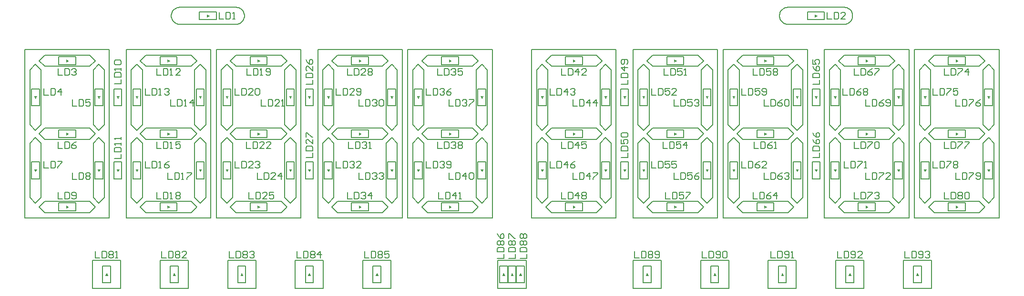
<source format=gto>
G04*
G04 #@! TF.GenerationSoftware,Altium Limited,Altium Designer,21.3.2 (30)*
G04*
G04 Layer_Color=65535*
%FSLAX44Y44*%
%MOMM*%
G71*
G04*
G04 #@! TF.SameCoordinates,78750805-DB91-4CD3-9BAD-7DFD151DFB16*
G04*
G04*
G04 #@! TF.FilePolarity,Positive*
G04*
G01*
G75*
%ADD10C,0.2000*%
%ADD11C,0.1000*%
G36*
X312000Y540000D02*
X308000Y538000D01*
Y542000D01*
X312000Y540000D01*
D02*
G37*
G36*
X742000Y460000D02*
X738000Y458000D01*
Y462000D01*
X742000Y460000D01*
D02*
G37*
G36*
X582000D02*
X578000Y458000D01*
Y462000D01*
X582000Y460000D01*
D02*
G37*
G36*
X402000D02*
X398000Y458000D01*
Y462000D01*
X402000Y460000D01*
D02*
G37*
G36*
X242000D02*
X238000Y458000D01*
Y462000D01*
X242000Y460000D01*
D02*
G37*
G36*
X62000D02*
X58000Y458000D01*
Y462000D01*
X62000Y460000D01*
D02*
G37*
G36*
X796364Y393000D02*
X794364Y397000D01*
X798364D01*
X796364Y393000D01*
D02*
G37*
G36*
X683636D02*
X681636Y397000D01*
X685636D01*
X683636Y393000D01*
D02*
G37*
G36*
X636364D02*
X634364Y397000D01*
X638364D01*
X636364Y393000D01*
D02*
G37*
G36*
X523636D02*
X521636Y397000D01*
X525636D01*
X523636Y393000D01*
D02*
G37*
G36*
X490000D02*
X488000Y397000D01*
X492000D01*
X490000Y393000D01*
D02*
G37*
G36*
X456364D02*
X454364Y397000D01*
X458364D01*
X456364Y393000D01*
D02*
G37*
G36*
X343636D02*
X341636Y397000D01*
X345636D01*
X343636Y393000D01*
D02*
G37*
G36*
X296364D02*
X294364Y397000D01*
X298364D01*
X296364Y393000D01*
D02*
G37*
G36*
X183636D02*
X181636Y397000D01*
X185636D01*
X183636Y393000D01*
D02*
G37*
G36*
X150000D02*
X148000Y397000D01*
X152000D01*
X150000Y393000D01*
D02*
G37*
G36*
X116364D02*
X114364Y397000D01*
X118364D01*
X116364Y393000D01*
D02*
G37*
G36*
X3636D02*
X1636Y397000D01*
X5636D01*
X3636Y393000D01*
D02*
G37*
G36*
X742000Y330000D02*
X738000Y328000D01*
Y332000D01*
X742000Y330000D01*
D02*
G37*
G36*
X582000D02*
X578000Y328000D01*
Y332000D01*
X582000Y330000D01*
D02*
G37*
G36*
X402000D02*
X398000Y328000D01*
Y332000D01*
X402000Y330000D01*
D02*
G37*
G36*
X242000D02*
X238000Y328000D01*
Y332000D01*
X242000Y330000D01*
D02*
G37*
G36*
X62000D02*
X58000Y328000D01*
Y332000D01*
X62000Y330000D01*
D02*
G37*
G36*
X796364Y263000D02*
X794364Y267000D01*
X798364D01*
X796364Y263000D01*
D02*
G37*
G36*
X683636D02*
X681636Y267000D01*
X685636D01*
X683636Y263000D01*
D02*
G37*
G36*
X636364D02*
X634364Y267000D01*
X638364D01*
X636364Y263000D01*
D02*
G37*
G36*
X523636D02*
X521636Y267000D01*
X525636D01*
X523636Y263000D01*
D02*
G37*
G36*
X490000D02*
X488000Y267000D01*
X492000D01*
X490000Y263000D01*
D02*
G37*
G36*
X456364D02*
X454364Y267000D01*
X458364D01*
X456364Y263000D01*
D02*
G37*
G36*
X343636D02*
X341636Y267000D01*
X345636D01*
X343636Y263000D01*
D02*
G37*
G36*
X296364D02*
X294364Y267000D01*
X298364D01*
X296364Y263000D01*
D02*
G37*
G36*
X183636D02*
X181636Y267000D01*
X185636D01*
X183636Y263000D01*
D02*
G37*
G36*
X150000D02*
X148000Y267000D01*
X152000D01*
X150000Y263000D01*
D02*
G37*
G36*
X116364D02*
X114364Y267000D01*
X118364D01*
X116364Y263000D01*
D02*
G37*
G36*
X3636D02*
X1636Y267000D01*
X5636D01*
X3636Y263000D01*
D02*
G37*
G36*
X742000Y200000D02*
X738000Y198000D01*
Y202000D01*
X742000Y200000D01*
D02*
G37*
G36*
X582000D02*
X578000Y198000D01*
Y202000D01*
X582000Y200000D01*
D02*
G37*
G36*
X402000D02*
X398000Y198000D01*
Y202000D01*
X402000Y200000D01*
D02*
G37*
G36*
X242000D02*
X238000Y198000D01*
Y202000D01*
X242000Y200000D01*
D02*
G37*
G36*
X62000D02*
X58000Y198000D01*
Y202000D01*
X62000Y200000D01*
D02*
G37*
G36*
X837000Y78000D02*
X833000D01*
X835000Y82000D01*
X837000Y78000D01*
D02*
G37*
G36*
X612000D02*
X608000D01*
X610000Y82000D01*
X612000Y78000D01*
D02*
G37*
G36*
X492000D02*
X488000D01*
X490000Y82000D01*
X492000Y78000D01*
D02*
G37*
G36*
X372000D02*
X368000D01*
X370000Y82000D01*
X372000Y78000D01*
D02*
G37*
G36*
X252000D02*
X248000D01*
X250000Y82000D01*
X252000Y78000D01*
D02*
G37*
G36*
X132000D02*
X128000D01*
X130000Y82000D01*
X132000Y78000D01*
D02*
G37*
G36*
X1392000Y540000D02*
X1388000Y538000D01*
Y542000D01*
X1392000Y540000D01*
D02*
G37*
G36*
X1642000Y460000D02*
X1638000Y458000D01*
Y462000D01*
X1642000Y460000D01*
D02*
G37*
G36*
X1482000D02*
X1478000Y458000D01*
Y462000D01*
X1482000Y460000D01*
D02*
G37*
G36*
X1302000D02*
X1298000Y458000D01*
Y462000D01*
X1302000Y460000D01*
D02*
G37*
G36*
X1142000D02*
X1138000Y458000D01*
Y462000D01*
X1142000Y460000D01*
D02*
G37*
G36*
X962000D02*
X958000Y458000D01*
Y462000D01*
X962000Y460000D01*
D02*
G37*
G36*
X1696364Y393000D02*
X1694364Y397000D01*
X1698364D01*
X1696364Y393000D01*
D02*
G37*
G36*
X1583636D02*
X1581636Y397000D01*
X1585636D01*
X1583636Y393000D01*
D02*
G37*
G36*
X1536364D02*
X1534364Y397000D01*
X1538364D01*
X1536364Y393000D01*
D02*
G37*
G36*
X1423636D02*
X1421636Y397000D01*
X1425636D01*
X1423636Y393000D01*
D02*
G37*
G36*
X1390000D02*
X1388000Y397000D01*
X1392000D01*
X1390000Y393000D01*
D02*
G37*
G36*
X1356364D02*
X1354364Y397000D01*
X1358364D01*
X1356364Y393000D01*
D02*
G37*
G36*
X1243636D02*
X1241636Y397000D01*
X1245636D01*
X1243636Y393000D01*
D02*
G37*
G36*
X1196364D02*
X1194364Y397000D01*
X1198364D01*
X1196364Y393000D01*
D02*
G37*
G36*
X1083636D02*
X1081636Y397000D01*
X1085636D01*
X1083636Y393000D01*
D02*
G37*
G36*
X1050000D02*
X1048000Y397000D01*
X1052000D01*
X1050000Y393000D01*
D02*
G37*
G36*
X1016364D02*
X1014364Y397000D01*
X1018364D01*
X1016364Y393000D01*
D02*
G37*
G36*
X903636D02*
X901636Y397000D01*
X905636D01*
X903636Y393000D01*
D02*
G37*
G36*
X1642000Y330000D02*
X1638000Y328000D01*
Y332000D01*
X1642000Y330000D01*
D02*
G37*
G36*
X1482000D02*
X1478000Y328000D01*
Y332000D01*
X1482000Y330000D01*
D02*
G37*
G36*
X1302000D02*
X1298000Y328000D01*
Y332000D01*
X1302000Y330000D01*
D02*
G37*
G36*
X1142000D02*
X1138000Y328000D01*
Y332000D01*
X1142000Y330000D01*
D02*
G37*
G36*
X962000D02*
X958000Y328000D01*
Y332000D01*
X962000Y330000D01*
D02*
G37*
G36*
X1696364Y263000D02*
X1694364Y267000D01*
X1698364D01*
X1696364Y263000D01*
D02*
G37*
G36*
X1583636D02*
X1581636Y267000D01*
X1585636D01*
X1583636Y263000D01*
D02*
G37*
G36*
X1536364D02*
X1534364Y267000D01*
X1538364D01*
X1536364Y263000D01*
D02*
G37*
G36*
X1423636D02*
X1421636Y267000D01*
X1425636D01*
X1423636Y263000D01*
D02*
G37*
G36*
X1390000D02*
X1388000Y267000D01*
X1392000D01*
X1390000Y263000D01*
D02*
G37*
G36*
X1356364D02*
X1354364Y267000D01*
X1358364D01*
X1356364Y263000D01*
D02*
G37*
G36*
X1243636D02*
X1241636Y267000D01*
X1245636D01*
X1243636Y263000D01*
D02*
G37*
G36*
X1196364D02*
X1194364Y267000D01*
X1198364D01*
X1196364Y263000D01*
D02*
G37*
G36*
X1083636D02*
X1081636Y267000D01*
X1085636D01*
X1083636Y263000D01*
D02*
G37*
G36*
X1050000D02*
X1048000Y267000D01*
X1052000D01*
X1050000Y263000D01*
D02*
G37*
G36*
X1016364D02*
X1014364Y267000D01*
X1018364D01*
X1016364Y263000D01*
D02*
G37*
G36*
X903636D02*
X901636Y267000D01*
X905636D01*
X903636Y263000D01*
D02*
G37*
G36*
X1642000Y200000D02*
X1638000Y198000D01*
Y202000D01*
X1642000Y200000D01*
D02*
G37*
G36*
X1482000D02*
X1478000Y198000D01*
Y202000D01*
X1482000Y200000D01*
D02*
G37*
G36*
X1302000D02*
X1298000Y198000D01*
Y202000D01*
X1302000Y200000D01*
D02*
G37*
G36*
X1142000D02*
X1138000Y198000D01*
Y202000D01*
X1142000Y200000D01*
D02*
G37*
G36*
X962000D02*
X958000Y198000D01*
Y202000D01*
X962000Y200000D01*
D02*
G37*
G36*
X1572000Y78000D02*
X1568000D01*
X1570000Y82000D01*
X1572000Y78000D01*
D02*
G37*
G36*
X1452000D02*
X1448000D01*
X1450000Y82000D01*
X1452000Y78000D01*
D02*
G37*
G36*
X1332000D02*
X1328000D01*
X1330000Y82000D01*
X1332000Y78000D01*
D02*
G37*
G36*
X1212000D02*
X1208000D01*
X1210000Y82000D01*
X1212000Y78000D01*
D02*
G37*
G36*
X1092000D02*
X1088000D01*
X1090000Y82000D01*
X1092000Y78000D01*
D02*
G37*
G36*
X867000D02*
X863000D01*
X865000Y82000D01*
X867000Y78000D01*
D02*
G37*
G36*
X852000D02*
X848000D01*
X850000Y82000D01*
X852000Y78000D01*
D02*
G37*
D10*
X260000Y555000D02*
X257531Y554795D01*
X255130Y554187D01*
X252861Y553192D01*
X250787Y551837D01*
X248964Y550159D01*
X247442Y548204D01*
X246263Y546026D01*
X245459Y543682D01*
X245051Y541239D01*
Y538761D01*
X245459Y536318D01*
X246263Y533975D01*
X247442Y531796D01*
X248964Y529841D01*
X250787Y528163D01*
X252861Y526808D01*
X255130Y525813D01*
X257531Y525205D01*
X260000Y525000D01*
X360000D02*
X362469Y525205D01*
X364870Y525813D01*
X367139Y526808D01*
X369213Y528163D01*
X371036Y529841D01*
X372557Y531796D01*
X373737Y533975D01*
X374541Y536318D01*
X374949Y538761D01*
Y541239D01*
X374541Y543682D01*
X373736Y546026D01*
X372557Y548204D01*
X371036Y550159D01*
X369213Y551837D01*
X367139Y553192D01*
X364870Y554187D01*
X362469Y554795D01*
X360000Y555000D01*
X1340000D02*
X1337531Y554795D01*
X1335130Y554187D01*
X1332861Y553192D01*
X1330787Y551837D01*
X1328964Y550159D01*
X1327442Y548204D01*
X1326263Y546026D01*
X1325459Y543682D01*
X1325051Y541239D01*
Y538761D01*
X1325459Y536318D01*
X1326263Y533975D01*
X1327442Y531796D01*
X1328964Y529841D01*
X1330787Y528163D01*
X1332861Y526808D01*
X1335130Y525813D01*
X1337531Y525205D01*
X1340000Y525000D01*
X1440000D02*
X1442469Y525205D01*
X1444870Y525813D01*
X1447139Y526808D01*
X1449213Y528163D01*
X1451036Y529841D01*
X1452558Y531796D01*
X1453737Y533975D01*
X1454541Y536318D01*
X1454949Y538761D01*
Y541239D01*
X1454541Y543682D01*
X1453737Y546026D01*
X1452557Y548204D01*
X1451036Y550159D01*
X1449213Y551837D01*
X1447139Y553192D01*
X1444870Y554187D01*
X1442469Y554795D01*
X1440000Y555000D01*
X1563000Y65000D02*
Y95000D01*
X1577000D01*
Y65000D02*
Y95000D01*
X1563000Y65000D02*
X1577000D01*
X1443000D02*
Y95000D01*
X1457000D01*
Y65000D02*
Y95000D01*
X1443000Y65000D02*
X1457000D01*
X1323000D02*
Y95000D01*
X1337000D01*
Y65000D02*
Y95000D01*
X1323000Y65000D02*
X1337000D01*
X1203000D02*
Y95000D01*
X1217000D01*
Y65000D02*
Y95000D01*
X1203000Y65000D02*
X1217000D01*
X1083000D02*
Y95000D01*
X1097000D01*
Y65000D02*
Y95000D01*
X1083000Y65000D02*
X1097000D01*
X858000D02*
Y95000D01*
X872000D01*
Y65000D02*
Y95000D01*
X858000Y65000D02*
X872000D01*
X828000D02*
Y95000D01*
X842000D01*
Y65000D02*
Y95000D01*
X828000Y65000D02*
X842000D01*
X843000D02*
Y95000D01*
X857000D01*
Y65000D02*
Y95000D01*
X843000Y65000D02*
X857000D01*
X603000D02*
Y95000D01*
X617000D01*
Y65000D02*
Y95000D01*
X603000Y65000D02*
X617000D01*
X483000D02*
Y95000D01*
X497000D01*
Y65000D02*
Y95000D01*
X483000Y65000D02*
X497000D01*
X363000D02*
Y95000D01*
X377000D01*
Y65000D02*
Y95000D01*
X363000Y65000D02*
X377000D01*
X243000D02*
Y95000D01*
X257000D01*
Y65000D02*
Y95000D01*
X243000Y65000D02*
X257000D01*
X1625000Y207000D02*
X1655000D01*
Y193000D02*
Y207000D01*
X1625000Y193000D02*
X1655000D01*
X1625000D02*
Y207000D01*
X1703364Y250000D02*
Y280000D01*
X1689364Y250000D02*
X1703364D01*
X1689364D02*
Y280000D01*
X1703364D01*
X1590636Y250000D02*
Y280000D01*
X1576636Y250000D02*
X1590636D01*
X1576636D02*
Y280000D01*
X1590636D01*
X1625000Y337000D02*
X1655000D01*
Y323000D02*
Y337000D01*
X1625000Y323000D02*
X1655000D01*
X1625000D02*
Y337000D01*
X1703364Y380000D02*
Y410000D01*
X1689364Y380000D02*
X1703364D01*
X1689364D02*
Y410000D01*
X1703364D01*
X1590636Y380000D02*
Y410000D01*
X1576636Y380000D02*
X1590636D01*
X1576636D02*
Y410000D01*
X1590636D01*
X1465000Y207000D02*
X1495000D01*
Y193000D02*
Y207000D01*
X1465000Y193000D02*
X1495000D01*
X1465000D02*
Y207000D01*
X1543364Y250000D02*
Y280000D01*
X1529364Y250000D02*
X1543364D01*
X1529364D02*
Y280000D01*
X1543364D01*
X1430636Y250000D02*
Y280000D01*
X1416636Y250000D02*
X1430636D01*
X1416636D02*
Y280000D01*
X1430636D01*
X1465000Y337000D02*
X1495000D01*
Y323000D02*
Y337000D01*
X1465000Y323000D02*
X1495000D01*
X1465000D02*
Y337000D01*
X1543364Y380000D02*
Y410000D01*
X1529364Y380000D02*
X1543364D01*
X1529364D02*
Y410000D01*
X1543364D01*
X1430636Y380000D02*
Y410000D01*
X1416636Y380000D02*
X1430636D01*
X1416636D02*
Y410000D01*
X1430636D01*
X1397000Y250000D02*
Y280000D01*
X1383000Y250000D02*
X1397000D01*
X1383000D02*
Y280000D01*
X1397000D01*
Y380000D02*
Y410000D01*
X1383000Y380000D02*
X1397000D01*
X1383000D02*
Y410000D01*
X1397000D01*
X1250636Y380000D02*
Y410000D01*
X1236636Y380000D02*
X1250636D01*
X1236636D02*
Y410000D01*
X1250636D01*
X1363364Y380000D02*
Y410000D01*
X1349364Y380000D02*
X1363364D01*
X1349364D02*
Y410000D01*
X1363364D01*
X1285000Y207000D02*
X1315000D01*
Y193000D02*
Y207000D01*
X1285000Y193000D02*
X1315000D01*
X1285000D02*
Y207000D01*
X1363364Y250000D02*
Y280000D01*
X1349364Y250000D02*
X1363364D01*
X1349364D02*
Y280000D01*
X1363364D01*
X1250636Y250000D02*
Y280000D01*
X1236636Y250000D02*
X1250636D01*
X1236636D02*
Y280000D01*
X1250636D01*
X1285000Y337000D02*
X1315000D01*
Y323000D02*
Y337000D01*
X1285000Y323000D02*
X1315000D01*
X1285000D02*
Y337000D01*
X1125000Y207000D02*
X1155000D01*
Y193000D02*
Y207000D01*
X1125000Y193000D02*
X1155000D01*
X1125000D02*
Y207000D01*
X1203364Y250000D02*
Y280000D01*
X1189364Y250000D02*
X1203364D01*
X1189364D02*
Y280000D01*
X1203364D01*
X1090636Y250000D02*
Y280000D01*
X1076636Y250000D02*
X1090636D01*
X1076636D02*
Y280000D01*
X1090636D01*
X1125000Y337000D02*
X1155000D01*
Y323000D02*
Y337000D01*
X1125000Y323000D02*
X1155000D01*
X1125000D02*
Y337000D01*
X1203364Y380000D02*
Y410000D01*
X1189364Y380000D02*
X1203364D01*
X1189364D02*
Y410000D01*
X1203364D01*
X1090636Y380000D02*
Y410000D01*
X1076636Y380000D02*
X1090636D01*
X1076636D02*
Y410000D01*
X1090636D01*
X1057000Y250000D02*
Y280000D01*
X1043000Y250000D02*
X1057000D01*
X1043000D02*
Y280000D01*
X1057000D01*
Y380000D02*
Y410000D01*
X1043000Y380000D02*
X1057000D01*
X1043000D02*
Y410000D01*
X1057000D01*
X1625000Y467000D02*
X1655000D01*
Y453000D02*
Y467000D01*
X1625000Y453000D02*
X1655000D01*
X1625000D02*
Y467000D01*
X1465000D02*
X1495000D01*
Y453000D02*
Y467000D01*
X1465000Y453000D02*
X1495000D01*
X1465000D02*
Y467000D01*
X1285000D02*
X1315000D01*
Y453000D02*
Y467000D01*
X1285000Y453000D02*
X1315000D01*
X1285000D02*
Y467000D01*
X1125000D02*
X1155000D01*
Y453000D02*
Y467000D01*
X1125000Y453000D02*
X1155000D01*
X1125000D02*
Y467000D01*
X945000Y207000D02*
X975000D01*
Y193000D02*
Y207000D01*
X945000Y193000D02*
X975000D01*
X945000D02*
Y207000D01*
X1023364Y250000D02*
Y280000D01*
X1009364Y250000D02*
X1023364D01*
X1009364D02*
Y280000D01*
X1023364D01*
X910636Y250000D02*
Y280000D01*
X896636Y250000D02*
X910636D01*
X896636D02*
Y280000D01*
X910636D01*
X945000Y337000D02*
X975000D01*
Y323000D02*
Y337000D01*
X945000Y323000D02*
X975000D01*
X945000D02*
Y337000D01*
X1023364Y380000D02*
Y410000D01*
X1009364Y380000D02*
X1023364D01*
X1009364D02*
Y410000D01*
X1023364D01*
X910636Y380000D02*
Y410000D01*
X896636Y380000D02*
X910636D01*
X896636D02*
Y410000D01*
X910636D01*
X945000Y467000D02*
X975000D01*
Y453000D02*
Y467000D01*
X945000Y453000D02*
X975000D01*
X945000D02*
Y467000D01*
X725000Y207000D02*
X755000D01*
Y193000D02*
Y207000D01*
X725000Y193000D02*
X755000D01*
X725000D02*
Y207000D01*
X803364Y250000D02*
Y280000D01*
X789364Y250000D02*
X803364D01*
X789364D02*
Y280000D01*
X803364D01*
X690636Y250000D02*
Y280000D01*
X676636Y250000D02*
X690636D01*
X676636D02*
Y280000D01*
X690636D01*
X725000Y337000D02*
X755000D01*
Y323000D02*
Y337000D01*
X725000Y323000D02*
X755000D01*
X725000D02*
Y337000D01*
X803364Y380000D02*
Y410000D01*
X789364Y380000D02*
X803364D01*
X789364D02*
Y410000D01*
X803364D01*
X690636Y380000D02*
Y410000D01*
X676636Y380000D02*
X690636D01*
X676636D02*
Y410000D01*
X690636D01*
X725000Y467000D02*
X755000D01*
Y453000D02*
Y467000D01*
X725000Y453000D02*
X755000D01*
X725000D02*
Y467000D01*
X565000Y207000D02*
X595000D01*
Y193000D02*
Y207000D01*
X565000Y193000D02*
X595000D01*
X565000D02*
Y207000D01*
X643364Y250000D02*
Y280000D01*
X629364Y250000D02*
X643364D01*
X629364D02*
Y280000D01*
X643364D01*
X530636Y250000D02*
Y280000D01*
X516636Y250000D02*
X530636D01*
X516636D02*
Y280000D01*
X530636D01*
X565000Y337000D02*
X595000D01*
Y323000D02*
Y337000D01*
X565000Y323000D02*
X595000D01*
X565000D02*
Y337000D01*
X643364Y380000D02*
Y410000D01*
X629364Y380000D02*
X643364D01*
X629364D02*
Y410000D01*
X643364D01*
X530636Y380000D02*
Y410000D01*
X516636Y380000D02*
X530636D01*
X516636D02*
Y410000D01*
X530636D01*
X565000Y467000D02*
X595000D01*
Y453000D02*
Y467000D01*
X565000Y453000D02*
X595000D01*
X565000D02*
Y467000D01*
X497000Y250000D02*
Y280000D01*
X483000Y250000D02*
X497000D01*
X483000D02*
Y280000D01*
X497000D01*
Y380000D02*
Y410000D01*
X483000Y380000D02*
X497000D01*
X483000D02*
Y410000D01*
X497000D01*
X463364Y250000D02*
Y280000D01*
X449364Y250000D02*
X463364D01*
X449364D02*
Y280000D01*
X463364D01*
X385000Y207000D02*
X415000D01*
Y193000D02*
Y207000D01*
X385000Y193000D02*
X415000D01*
X385000D02*
Y207000D01*
X350636Y250000D02*
Y280000D01*
X336636Y250000D02*
X350636D01*
X336636D02*
Y280000D01*
X350636D01*
X385000Y337000D02*
X415000D01*
Y323000D02*
Y337000D01*
X385000Y323000D02*
X415000D01*
X385000D02*
Y337000D01*
X463364Y380000D02*
Y410000D01*
X449364Y380000D02*
X463364D01*
X449364D02*
Y410000D01*
X463364D01*
X350636Y380000D02*
Y410000D01*
X336636Y380000D02*
X350636D01*
X336636D02*
Y410000D01*
X350636D01*
X385000Y467000D02*
X415000D01*
Y453000D02*
Y467000D01*
X385000Y453000D02*
X415000D01*
X385000D02*
Y467000D01*
X225000Y207000D02*
X255000D01*
Y193000D02*
Y207000D01*
X225000Y193000D02*
X255000D01*
X225000D02*
Y207000D01*
X303364Y250000D02*
Y280000D01*
X289364Y250000D02*
X303364D01*
X289364D02*
Y280000D01*
X303364D01*
X190636Y250000D02*
Y280000D01*
X176636Y250000D02*
X190636D01*
X176636D02*
Y280000D01*
X190636D01*
X225000Y337000D02*
X255000D01*
Y323000D02*
Y337000D01*
X225000Y323000D02*
X255000D01*
X225000D02*
Y337000D01*
X303364Y380000D02*
Y410000D01*
X289364Y380000D02*
X303364D01*
X289364D02*
Y410000D01*
X303364D01*
X190636Y380000D02*
Y410000D01*
X176636Y380000D02*
X190636D01*
X176636D02*
Y410000D01*
X190636D01*
X225000Y467000D02*
X255000D01*
Y453000D02*
Y467000D01*
X225000Y453000D02*
X255000D01*
X225000D02*
Y467000D01*
X157000Y250000D02*
Y280000D01*
X143000Y250000D02*
X157000D01*
X143000D02*
Y280000D01*
X157000D01*
Y380000D02*
Y410000D01*
X143000Y380000D02*
X157000D01*
X143000D02*
Y410000D01*
X157000D01*
X45000Y207000D02*
X75000D01*
Y193000D02*
Y207000D01*
X45000Y193000D02*
X75000D01*
X45000D02*
Y207000D01*
X1375000Y547000D02*
X1405000D01*
Y533000D02*
Y547000D01*
X1375000Y533000D02*
X1405000D01*
X1375000D02*
Y547000D01*
X295000D02*
X325000D01*
Y533000D02*
Y547000D01*
X295000Y533000D02*
X325000D01*
X295000D02*
Y547000D01*
X123000Y65000D02*
X137000D01*
Y95000D01*
X123000D02*
X137000D01*
X123000Y65000D02*
Y95000D01*
X45000Y323000D02*
Y337000D01*
Y323000D02*
X75000D01*
Y337000D01*
X45000D02*
X75000D01*
X109364Y280000D02*
X123364D01*
X109364Y250000D02*
Y280000D01*
Y250000D02*
X123364D01*
Y280000D01*
X-3364D02*
X10636D01*
X-3364Y250000D02*
Y280000D01*
Y250000D02*
X10636D01*
Y280000D01*
X109364Y410000D02*
X123364D01*
X109364Y380000D02*
Y410000D01*
Y380000D02*
X123364D01*
Y410000D01*
X-3364D02*
X10636D01*
X-3364Y380000D02*
Y410000D01*
Y380000D02*
X10636D01*
Y410000D01*
X45000Y453000D02*
Y467000D01*
Y453000D02*
X75000D01*
Y467000D01*
X45000D02*
X75000D01*
X1065000Y180000D02*
Y480000D01*
Y180000D02*
X1215000D01*
X1065000Y480000D02*
X1215000D01*
X1600000Y210000D02*
X1680000D01*
X1430000Y200000D02*
X1440000Y210000D01*
X1430000Y200000D02*
X1440000Y190000D01*
X1520000D01*
X1530000Y200000D01*
X1520000Y210000D02*
X1530000Y200000D01*
X1440000Y210000D02*
X1520000D01*
X1440000Y450000D02*
X1520000D01*
X1530000Y460000D01*
X1520000Y470000D02*
X1530000Y460000D01*
X1440000Y470000D02*
X1520000D01*
X1430000Y460000D02*
X1440000Y470000D01*
X1430000Y460000D02*
X1440000Y450000D01*
X1520000Y320000D02*
X1530000Y330000D01*
X1520000Y340000D02*
X1530000Y330000D01*
X1440000Y340000D02*
X1520000D01*
X1430000Y330000D02*
X1440000Y340000D01*
X1430000Y330000D02*
X1440000Y320000D01*
X1520000D01*
X1413636Y346364D02*
X1423636Y336364D01*
X1433636Y346364D01*
Y443636D01*
X1423636Y453636D02*
X1433636Y443636D01*
X1413636D02*
X1423636Y453636D01*
X1413636Y346364D02*
Y443636D01*
X910000Y200000D02*
X920000Y210000D01*
X910000Y200000D02*
X920000Y190000D01*
X1000000D01*
X1010000Y200000D01*
X1000000Y210000D02*
X1010000Y200000D01*
X920000Y210000D02*
X1000000D01*
X1006364Y346364D02*
Y443636D01*
Y346364D02*
X1016364Y336364D01*
X1026364Y346364D01*
Y443636D01*
X1016364Y453636D02*
X1026364Y443636D01*
X1006364D02*
X1016364Y453636D01*
X1006364Y216364D02*
X1016364Y206364D01*
X1026364Y216364D01*
Y313636D01*
X1016364Y323636D02*
X1026364Y313636D01*
X1006364D02*
X1016364Y323636D01*
X1006364Y216364D02*
Y313636D01*
X893636Y216364D02*
X903636Y206364D01*
X913636Y216364D01*
Y313636D01*
X903636Y323636D02*
X913636Y313636D01*
X893636D02*
X903636Y323636D01*
X893636Y216364D02*
Y313636D01*
X1073636Y216364D02*
X1083636Y206364D01*
X1093636Y216364D01*
Y313636D01*
X1083636Y323636D02*
X1093636Y313636D01*
X1073636D02*
X1083636Y323636D01*
X1073636Y216364D02*
Y313636D01*
X1000000Y320000D02*
X1010000Y330000D01*
X1000000Y340000D02*
X1010000Y330000D01*
X920000Y340000D02*
X1000000D01*
X910000Y330000D02*
X920000Y340000D01*
X910000Y330000D02*
X920000Y320000D01*
X1000000D01*
X920000Y450000D02*
X1000000D01*
X1010000Y460000D01*
X1000000Y470000D02*
X1010000Y460000D01*
X100000Y450000D02*
X110000Y460000D01*
X100000Y470000D02*
X110000Y460000D01*
X-6364Y443636D02*
X3636Y453636D01*
X-6364Y346364D02*
Y443636D01*
Y346364D02*
X3636Y336364D01*
X100000Y320000D02*
X110000Y330000D01*
X20000Y470000D02*
X100000D01*
X10000Y460000D02*
X20000Y470000D01*
X100000Y340000D02*
X110000Y330000D01*
X20000Y340000D02*
X100000D01*
X10000Y460000D02*
X20000Y450000D01*
X3636Y336364D02*
X13636Y346364D01*
Y443636D01*
X10000Y330000D02*
X20000Y320000D01*
X10000Y330000D02*
X20000Y340000D01*
X3636Y453636D02*
X13636Y443636D01*
X20000Y450000D02*
X100000D01*
X20000Y320000D02*
X100000D01*
X106364Y443636D02*
X116364Y453636D01*
X126364Y443636D01*
X100000Y320000D02*
X110000Y330000D01*
X100000Y340000D02*
X110000Y330000D01*
X20000Y340000D02*
X100000D01*
X10000Y330000D02*
X20000Y340000D01*
X10000Y330000D02*
X20000Y320000D01*
X100000D01*
X-6364Y216364D02*
X3636Y206364D01*
X13636Y216364D01*
Y313636D01*
X3636Y323636D02*
X13636Y313636D01*
X-6364D02*
X3636Y323636D01*
X-6364Y216364D02*
Y313636D01*
X106364Y216364D02*
X116364Y206364D01*
X126364Y216364D01*
Y313636D01*
X116364Y323636D02*
X126364Y313636D01*
X106364D02*
X116364Y323636D01*
X106364Y216364D02*
Y313636D01*
X20000Y450000D02*
X100000D01*
X110000Y460000D01*
X100000Y470000D02*
X110000Y460000D01*
X20000Y470000D02*
X100000D01*
X10000Y460000D02*
X20000Y470000D01*
X10000Y460000D02*
X20000Y450000D01*
X-6364Y346364D02*
X3636Y336364D01*
X13636Y346364D01*
Y443636D01*
X3636Y453636D02*
X13636Y443636D01*
X-6364D02*
X3636Y453636D01*
X-6364Y346364D02*
Y443636D01*
X10000Y200000D02*
X20000Y210000D01*
X10000Y200000D02*
X20000Y190000D01*
X100000D01*
X110000Y200000D01*
X100000Y210000D02*
X110000Y200000D01*
X20000Y210000D02*
X100000D01*
X106364Y346364D02*
Y443636D01*
Y346364D02*
X116364Y336364D01*
X126364Y346364D01*
Y443636D01*
X116364Y453636D02*
X126364Y443636D01*
X106364D02*
X116364Y453636D01*
X780000Y320000D02*
X790000Y330000D01*
X780000Y340000D02*
X790000Y330000D01*
X700000Y340000D02*
X780000D01*
X690000Y330000D02*
X700000Y340000D01*
X690000Y330000D02*
X700000Y320000D01*
X780000D01*
X1260000Y450000D02*
X1340000D01*
X1573636Y313636D02*
X1583636Y323636D01*
X1573636Y216364D02*
Y313636D01*
X1686364Y216364D02*
X1696364Y206364D01*
X1706364Y216364D01*
Y313636D01*
X1696364Y323636D02*
X1706364Y313636D01*
X1686364D02*
X1696364Y323636D01*
X1686364Y216364D02*
Y313636D01*
Y346364D02*
Y443636D01*
Y346364D02*
X1696364Y336364D01*
X1706364Y346364D01*
Y443636D01*
X1696364Y453636D02*
X1706364Y443636D01*
X1686364D02*
X1696364Y453636D01*
X1590000Y200000D02*
X1600000Y210000D01*
X1590000Y200000D02*
X1600000Y190000D01*
X1680000D01*
X1690000Y200000D01*
X1680000Y210000D02*
X1690000Y200000D01*
X1340000Y450000D02*
X1350000Y460000D01*
X1340000Y470000D02*
X1350000Y460000D01*
X1260000Y470000D02*
X1340000D01*
X1250000Y460000D02*
X1260000Y470000D01*
X1250000Y460000D02*
X1260000Y450000D01*
X1233636Y346364D02*
X1243636Y336364D01*
X1253636Y346364D01*
Y443636D01*
X1243636Y453636D02*
X1253636Y443636D01*
X1233636D02*
X1243636Y453636D01*
X1233636Y346364D02*
Y443636D01*
X1250000Y200000D02*
X1260000Y210000D01*
X1250000Y200000D02*
X1260000Y190000D01*
X1340000D01*
X1350000Y200000D01*
X1340000Y210000D02*
X1350000Y200000D01*
X1260000Y210000D02*
X1340000D01*
X1346364Y346364D02*
Y443636D01*
Y346364D02*
X1356364Y336364D01*
X1366364Y346364D01*
Y443636D01*
X1356364Y453636D02*
X1366364Y443636D01*
X1346364D02*
X1356364Y453636D01*
X1340000Y320000D02*
X1350000Y330000D01*
X1340000Y340000D02*
X1350000Y330000D01*
X1260000Y340000D02*
X1340000D01*
X1250000Y330000D02*
X1260000Y340000D01*
X1250000Y330000D02*
X1260000Y320000D01*
X1340000D01*
X1413636Y216364D02*
X1423636Y206364D01*
X1433636Y216364D01*
Y313636D01*
X1423636Y323636D02*
X1433636Y313636D01*
X1413636D02*
X1423636Y323636D01*
X1413636Y216364D02*
Y313636D01*
X1526364Y216364D02*
X1536364Y206364D01*
X1546364Y216364D01*
Y313636D01*
X1536364Y323636D02*
X1546364Y313636D01*
X1526364D02*
X1536364Y323636D01*
X1526364Y216364D02*
Y313636D01*
Y346364D02*
Y443636D01*
Y346364D02*
X1536364Y336364D01*
X1546364Y346364D01*
Y443636D01*
X126364Y346364D02*
Y443636D01*
X116364Y336364D02*
X126364Y346364D01*
X106364D02*
X116364Y336364D01*
X106364Y346364D02*
Y443636D01*
X20000Y210000D02*
X100000D01*
X110000Y200000D01*
X100000Y190000D02*
X110000Y200000D01*
X20000Y190000D02*
X100000D01*
X10000Y200000D02*
X20000Y190000D01*
X10000Y200000D02*
X20000Y210000D01*
X106364Y216364D02*
Y313636D01*
X116364Y323636D01*
X126364Y313636D01*
Y216364D02*
Y313636D01*
X116364Y206364D02*
X126364Y216364D01*
X106364D02*
X116364Y206364D01*
X-6364Y216364D02*
Y313636D01*
X3636Y323636D01*
X13636Y313636D01*
X786364Y216364D02*
X796364Y206364D01*
X806364Y216364D01*
Y313636D01*
X796364Y323636D02*
X806364Y313636D01*
X786364D02*
X796364Y323636D01*
X786364Y216364D02*
Y313636D01*
X700000Y450000D02*
X780000D01*
X790000Y460000D01*
X780000Y470000D02*
X790000Y460000D01*
X700000Y470000D02*
X780000D01*
X690000Y460000D02*
X700000Y470000D01*
X690000Y460000D02*
X700000Y450000D01*
X673636Y346364D02*
X683636Y336364D01*
X693636Y346364D01*
Y443636D01*
X683636Y453636D02*
X693636Y443636D01*
X673636D02*
X683636Y453636D01*
X673636Y346364D02*
Y443636D01*
X690000Y200000D02*
X700000Y210000D01*
X690000Y200000D02*
X700000Y190000D01*
X780000D01*
X790000Y200000D01*
X780000Y210000D02*
X790000Y200000D01*
X700000Y210000D02*
X780000D01*
X786364Y346364D02*
Y443636D01*
Y346364D02*
X796364Y336364D01*
X806364Y346364D01*
Y443636D01*
X796364Y453636D02*
X806364Y443636D01*
X786364D02*
X796364Y453636D01*
X513636Y216364D02*
X523636Y206364D01*
X533636Y216364D01*
Y313636D01*
X523636Y323636D02*
X533636Y313636D01*
X513636D02*
X523636Y323636D01*
X513636Y216364D02*
Y313636D01*
X440000Y320000D02*
X450000Y330000D01*
X440000Y340000D02*
X450000Y330000D01*
X360000Y340000D02*
X440000D01*
X350000Y330000D02*
X360000Y340000D01*
X350000Y330000D02*
X360000Y320000D01*
X440000D01*
X360000Y450000D02*
X440000D01*
X450000Y460000D01*
X440000Y470000D02*
X450000Y460000D01*
X360000Y470000D02*
X440000D01*
X350000Y460000D02*
X360000Y470000D01*
X350000Y460000D02*
X360000Y450000D01*
X333636Y346364D02*
X343636Y336364D01*
X353636Y346364D01*
Y443636D01*
X343636Y453636D02*
X353636Y443636D01*
X333636D02*
X343636Y453636D01*
X333636Y346364D02*
Y443636D01*
X540000Y450000D02*
X620000D01*
X630000Y460000D01*
X620000Y470000D02*
X630000Y460000D01*
X540000Y470000D02*
X620000D01*
X530000Y460000D02*
X540000Y470000D01*
X530000Y460000D02*
X540000Y450000D01*
X530000Y200000D02*
X540000Y210000D01*
X530000Y200000D02*
X540000Y190000D01*
X620000D01*
X630000Y200000D01*
X1065000Y105000D02*
X1115000D01*
X1340000Y525000D02*
X1440000D01*
X1340000Y555000D02*
X1440000D01*
X260000D02*
X360000D01*
X260000Y525000D02*
X360000D01*
X585000Y55000D02*
Y105000D01*
Y55000D02*
X635000D01*
Y105000D01*
X585000D02*
X635000D01*
X465000Y55000D02*
Y105000D01*
Y55000D02*
X515000D01*
Y105000D01*
X465000D02*
X515000D01*
X345000Y55000D02*
Y105000D01*
Y55000D02*
X395000D01*
Y105000D01*
X345000D02*
X395000D01*
X225000Y55000D02*
Y105000D01*
Y55000D02*
X275000D01*
Y105000D01*
X225000D02*
X275000D01*
X825000Y55000D02*
Y105000D01*
Y55000D02*
X875000D01*
Y105000D01*
X825000D02*
X875000D01*
X1545000Y55000D02*
Y105000D01*
Y55000D02*
X1595000D01*
Y105000D01*
X1545000D02*
X1595000D01*
X1425000Y55000D02*
Y105000D01*
Y55000D02*
X1475000D01*
Y105000D01*
X1425000D02*
X1475000D01*
X1305000Y55000D02*
Y105000D01*
Y55000D02*
X1355000D01*
Y105000D01*
X1305000D02*
X1355000D01*
X105000Y55000D02*
Y105000D01*
Y55000D02*
X155000D01*
Y105000D01*
X105000D02*
X155000D01*
X456364Y206364D02*
X466364Y216364D01*
X1536364Y453636D02*
X1546364Y443636D01*
X1526364D02*
X1536364Y453636D01*
X1100000Y450000D02*
X1180000D01*
X1190000Y460000D01*
X1180000Y470000D02*
X1190000Y460000D01*
X1100000Y470000D02*
X1180000D01*
X1090000Y460000D02*
X1100000Y470000D01*
X1090000Y460000D02*
X1100000Y450000D01*
X1090000Y200000D02*
X1100000Y210000D01*
X1090000Y200000D02*
X1100000Y190000D01*
X1180000D01*
X1190000Y200000D01*
X1180000Y210000D02*
X1190000Y200000D01*
X1100000Y210000D02*
X1180000D01*
X1186364Y346364D02*
Y443636D01*
Y346364D02*
X1196364Y336364D01*
X1206364Y346364D01*
Y443636D01*
X1196364Y453636D02*
X1206364Y443636D01*
X1186364D02*
X1196364Y453636D01*
X1186364Y216364D02*
X1196364Y206364D01*
X1206364Y216364D01*
Y313636D01*
X1196364Y323636D02*
X1206364Y313636D01*
X1186364D02*
X1196364Y323636D01*
X1186364Y216364D02*
Y313636D01*
X1180000Y320000D02*
X1190000Y330000D01*
X1180000Y340000D02*
X1190000Y330000D01*
X1100000Y340000D02*
X1180000D01*
X1090000Y330000D02*
X1100000Y340000D01*
X1090000Y330000D02*
X1100000Y320000D01*
X1180000D01*
X1073636Y346364D02*
X1083636Y336364D01*
X1093636Y346364D01*
Y443636D01*
X1083636Y453636D02*
X1093636Y443636D01*
X1073636D02*
X1083636Y453636D01*
X1073636Y346364D02*
Y443636D01*
X1233636Y216364D02*
X1243636Y206364D01*
X1253636Y216364D01*
Y313636D01*
X1243636Y323636D02*
X1253636Y313636D01*
X1233636D02*
X1243636Y323636D01*
X1233636Y216364D02*
Y313636D01*
X1346364Y216364D02*
X1356364Y206364D01*
X1366364Y216364D01*
Y313636D01*
X1356364Y323636D02*
X1366364Y313636D01*
X1346364D02*
X1356364Y323636D01*
X1346364Y216364D02*
Y313636D01*
X1680000Y320000D02*
X1690000Y330000D01*
X1680000Y340000D02*
X1690000Y330000D01*
X1600000Y340000D02*
X1680000D01*
X1590000Y330000D02*
X1600000Y340000D01*
X1590000Y330000D02*
X1600000Y320000D01*
X1680000D01*
X1600000Y450000D02*
X1680000D01*
X1690000Y460000D01*
X1680000Y470000D02*
X1690000Y460000D01*
X1600000Y470000D02*
X1680000D01*
X1590000Y460000D02*
X1600000Y470000D01*
X1590000Y460000D02*
X1600000Y450000D01*
X1573636Y346364D02*
X1583636Y336364D01*
X1593636Y346364D01*
Y443636D01*
X1583636Y453636D02*
X1593636Y443636D01*
X1573636D02*
X1583636Y453636D01*
X1573636Y346364D02*
Y443636D01*
Y216364D02*
X1583636Y206364D01*
X1593636Y216364D01*
Y313636D01*
X1583636Y323636D02*
X1593636Y313636D01*
X13636Y216364D02*
Y313636D01*
X3636Y206364D02*
X13636Y216364D01*
X-6364D02*
X3636Y206364D01*
X620000Y210000D02*
X630000Y200000D01*
X540000Y210000D02*
X620000D01*
X626364Y346364D02*
Y443636D01*
Y346364D02*
X636364Y336364D01*
X646364Y346364D01*
Y443636D01*
X636364Y453636D02*
X646364Y443636D01*
X626364D02*
X636364Y453636D01*
X626364Y216364D02*
X636364Y206364D01*
X646364Y216364D01*
Y313636D01*
X636364Y323636D02*
X646364Y313636D01*
X626364D02*
X636364Y323636D01*
X626364Y216364D02*
Y313636D01*
X1185000Y55000D02*
Y105000D01*
Y55000D02*
X1235000D01*
Y105000D01*
X1185000D02*
X1235000D01*
X1065000Y55000D02*
Y105000D01*
Y55000D02*
X1115000D01*
Y105000D01*
X360000Y190000D02*
X440000D01*
X450000Y200000D01*
X440000Y210000D02*
X450000Y200000D01*
X360000Y210000D02*
X440000D01*
X190000Y200000D02*
X200000Y210000D01*
X190000Y200000D02*
X200000Y190000D01*
X280000D01*
X290000Y200000D01*
X280000Y210000D02*
X290000Y200000D01*
X200000Y210000D02*
X280000D01*
X200000Y450000D02*
X280000D01*
X290000Y460000D01*
X280000Y470000D02*
X290000Y460000D01*
X200000Y470000D02*
X280000D01*
X190000Y460000D02*
X200000Y470000D01*
X190000Y460000D02*
X200000Y450000D01*
X280000Y320000D02*
X290000Y330000D01*
X280000Y340000D02*
X290000Y330000D01*
X200000Y340000D02*
X280000D01*
X190000Y330000D02*
X200000Y340000D01*
X190000Y330000D02*
X200000Y320000D01*
X280000D01*
X173636Y346364D02*
X183636Y336364D01*
X193636Y346364D01*
Y443636D01*
X183636Y453636D02*
X193636Y443636D01*
X173636D02*
X183636Y453636D01*
X173636Y346364D02*
Y443636D01*
Y216364D02*
X183636Y206364D01*
X193636Y216364D01*
Y313636D01*
X183636Y323636D02*
X193636Y313636D01*
X173636D02*
X183636Y323636D01*
X173636Y216364D02*
Y313636D01*
X286364Y216364D02*
X296364Y206364D01*
X306364Y216364D01*
Y313636D01*
X296364Y323636D02*
X306364Y313636D01*
X286364D02*
X296364Y323636D01*
X286364Y216364D02*
Y313636D01*
Y346364D02*
Y443636D01*
Y346364D02*
X296364Y336364D01*
X306364Y346364D01*
Y443636D01*
X296364Y453636D02*
X306364Y443636D01*
X286364D02*
X296364Y453636D01*
X620000Y320000D02*
X630000Y330000D01*
X620000Y340000D02*
X630000Y330000D01*
X540000Y340000D02*
X620000D01*
X530000Y330000D02*
X540000Y340000D01*
X530000Y330000D02*
X540000Y320000D01*
X620000D01*
X513636Y346364D02*
X523636Y336364D01*
X533636Y346364D01*
Y443636D01*
X523636Y453636D02*
X533636Y443636D01*
X513636D02*
X523636Y453636D01*
X513636Y346364D02*
Y443636D01*
X673636Y216364D02*
X683636Y206364D01*
X693636Y216364D01*
Y313636D01*
X683636Y323636D02*
X693636Y313636D01*
X673636D02*
X683636Y323636D01*
X673636Y216364D02*
Y313636D01*
X920000Y470000D02*
X1000000D01*
X910000Y460000D02*
X920000Y470000D01*
X910000Y460000D02*
X920000Y450000D01*
X893636Y346364D02*
X903636Y336364D01*
X913636Y346364D01*
Y443636D01*
X903636Y453636D02*
X913636Y443636D01*
X893636D02*
X903636Y453636D01*
X893636Y346364D02*
Y443636D01*
X333636Y216364D02*
X343636Y206364D01*
X353636Y216364D01*
Y313636D01*
X343636Y323636D02*
X353636Y313636D01*
X333636D02*
X343636Y323636D01*
X333636Y216364D02*
Y313636D01*
X446364Y216364D02*
X456364Y206364D01*
X466364Y216364D02*
Y313636D01*
X456364Y323636D02*
X466364Y313636D01*
X446364D02*
X456364Y323636D01*
X446364Y216364D02*
Y313636D01*
Y346364D02*
Y443636D01*
Y346364D02*
X456364Y336364D01*
X466364Y346364D01*
Y443636D01*
X456364Y453636D02*
X466364Y443636D01*
X446364D02*
X456364Y453636D01*
X350000Y200000D02*
X360000Y210000D01*
X350000Y200000D02*
X360000Y190000D01*
X1565000Y180000D02*
Y480000D01*
X1715000Y180000D02*
Y480000D01*
X1565000D02*
X1715000D01*
X1565000Y180000D02*
X1715000D01*
X1405000Y480000D02*
X1555000D01*
Y180000D02*
Y480000D01*
X1405000Y180000D02*
X1555000D01*
X1405000D02*
Y480000D01*
X1225000Y180000D02*
Y480000D01*
X1375000D01*
X1225000Y180000D02*
X1375000D01*
Y480000D01*
X1215000Y180000D02*
Y480000D01*
X885000Y180000D02*
X1035000D01*
X885000Y480000D02*
X1035000D01*
Y180000D02*
Y480000D01*
X885000Y180000D02*
Y480000D01*
X165000Y180000D02*
Y480000D01*
Y180000D02*
X315000D01*
X325000Y480000D02*
X475000D01*
X665000Y180000D02*
Y480000D01*
X165000D02*
X315000D01*
Y180000D02*
Y480000D01*
X-15000D02*
X135000D01*
X665000D02*
X815000D01*
Y180000D02*
Y480000D01*
X135000Y180000D02*
Y480000D01*
X505000Y180000D02*
X655000D01*
X505000Y480000D02*
X655000D01*
Y180000D02*
Y480000D01*
X-15000Y180000D02*
Y480000D01*
X505000Y180000D02*
Y480000D01*
X-15000Y180000D02*
X135000D01*
X325000D02*
Y480000D01*
X475000Y180000D02*
Y480000D01*
X325000Y180000D02*
X475000D01*
X665000D02*
X815000D01*
X1548007Y120998D02*
Y109002D01*
X1556005D01*
X1560003Y120998D02*
Y109002D01*
X1566001D01*
X1568001Y111001D01*
Y118999D01*
X1566001Y120998D01*
X1560003D01*
X1571999Y111001D02*
X1573999Y109002D01*
X1577997D01*
X1579997Y111001D01*
Y118999D01*
X1577997Y120998D01*
X1573999D01*
X1571999Y118999D01*
Y116999D01*
X1573999Y115000D01*
X1579997D01*
X1583996Y118999D02*
X1585995Y120998D01*
X1589993D01*
X1591993Y118999D01*
Y116999D01*
X1589993Y115000D01*
X1587994D01*
X1589993D01*
X1591993Y113001D01*
Y111001D01*
X1589993Y109002D01*
X1585995D01*
X1583996Y111001D01*
X1428007Y120998D02*
Y109002D01*
X1436004D01*
X1440003Y120998D02*
Y109002D01*
X1446001D01*
X1448001Y111001D01*
Y118999D01*
X1446001Y120998D01*
X1440003D01*
X1451999Y111001D02*
X1453999Y109002D01*
X1457997D01*
X1459997Y111001D01*
Y118999D01*
X1457997Y120998D01*
X1453999D01*
X1451999Y118999D01*
Y116999D01*
X1453999Y115000D01*
X1459997D01*
X1471993Y109002D02*
X1463996D01*
X1471993Y116999D01*
Y118999D01*
X1469993Y120998D01*
X1465995D01*
X1463996Y118999D01*
X1310007Y120998D02*
Y109002D01*
X1318004D01*
X1322003Y120998D02*
Y109002D01*
X1328001D01*
X1330000Y111001D01*
Y118999D01*
X1328001Y120998D01*
X1322003D01*
X1333999Y111001D02*
X1335998Y109002D01*
X1339997D01*
X1341996Y111001D01*
Y118999D01*
X1339997Y120998D01*
X1335998D01*
X1333999Y118999D01*
Y116999D01*
X1335998Y115000D01*
X1341996D01*
X1345995Y109002D02*
X1349993D01*
X1347994D01*
Y120998D01*
X1345995Y118999D01*
X1188007Y120998D02*
Y109002D01*
X1196004D01*
X1200003Y120998D02*
Y109002D01*
X1206001D01*
X1208001Y111001D01*
Y118999D01*
X1206001Y120998D01*
X1200003D01*
X1211999Y111001D02*
X1213999Y109002D01*
X1217997D01*
X1219997Y111001D01*
Y118999D01*
X1217997Y120998D01*
X1213999D01*
X1211999Y118999D01*
Y116999D01*
X1213999Y115000D01*
X1219997D01*
X1223996Y118999D02*
X1225995Y120998D01*
X1229994D01*
X1231993Y118999D01*
Y111001D01*
X1229994Y109002D01*
X1225995D01*
X1223996Y111001D01*
Y118999D01*
X1068007Y120998D02*
Y109002D01*
X1076005D01*
X1080003Y120998D02*
Y109002D01*
X1086001D01*
X1088001Y111001D01*
Y118999D01*
X1086001Y120998D01*
X1080003D01*
X1091999Y118999D02*
X1093999Y120998D01*
X1097997D01*
X1099997Y118999D01*
Y116999D01*
X1097997Y115000D01*
X1099997Y113001D01*
Y111001D01*
X1097997Y109002D01*
X1093999D01*
X1091999Y111001D01*
Y113001D01*
X1093999Y115000D01*
X1091999Y116999D01*
Y118999D01*
X1093999Y115000D02*
X1097997D01*
X1103996Y111001D02*
X1105995Y109002D01*
X1109994D01*
X1111993Y111001D01*
Y118999D01*
X1109994Y120998D01*
X1105995D01*
X1103996Y118999D01*
Y116999D01*
X1105995Y115000D01*
X1111993D01*
X864002Y108007D02*
X875998D01*
Y116004D01*
X864002Y120003D02*
X875998D01*
Y126001D01*
X873999Y128001D01*
X866001D01*
X864002Y126001D01*
Y120003D01*
X866001Y131999D02*
X864002Y133999D01*
Y137997D01*
X866001Y139997D01*
X868001D01*
X870000Y137997D01*
X871999Y139997D01*
X873999D01*
X875998Y137997D01*
Y133999D01*
X873999Y131999D01*
X871999D01*
X870000Y133999D01*
X868001Y131999D01*
X866001D01*
X870000Y133999D02*
Y137997D01*
X866001Y143996D02*
X864002Y145995D01*
Y149993D01*
X866001Y151993D01*
X868001D01*
X870000Y149993D01*
X871999Y151993D01*
X873999D01*
X875998Y149993D01*
Y145995D01*
X873999Y143996D01*
X871999D01*
X870000Y145995D01*
X868001Y143996D01*
X866001D01*
X870000Y145995D02*
Y149993D01*
X844002Y108007D02*
X855998D01*
Y116004D01*
X844002Y120003D02*
X855998D01*
Y126001D01*
X853999Y128001D01*
X846001D01*
X844002Y126001D01*
Y120003D01*
X846001Y131999D02*
X844002Y133999D01*
Y137997D01*
X846001Y139997D01*
X848001D01*
X850000Y137997D01*
X851999Y139997D01*
X853999D01*
X855998Y137997D01*
Y133999D01*
X853999Y131999D01*
X851999D01*
X850000Y133999D01*
X848001Y131999D01*
X846001D01*
X850000Y133999D02*
Y137997D01*
X844002Y143995D02*
Y151993D01*
X846001D01*
X853999Y143995D01*
X855998D01*
X824002Y108007D02*
X835998D01*
Y116004D01*
X824002Y120003D02*
X835998D01*
Y126001D01*
X833999Y128001D01*
X826001D01*
X824002Y126001D01*
Y120003D01*
X826001Y131999D02*
X824002Y133999D01*
Y137997D01*
X826001Y139997D01*
X828001D01*
X830000Y137997D01*
X831999Y139997D01*
X833999D01*
X835998Y137997D01*
Y133999D01*
X833999Y131999D01*
X831999D01*
X830000Y133999D01*
X828001Y131999D01*
X826001D01*
X830000Y133999D02*
Y137997D01*
X824002Y151993D02*
X826001Y147994D01*
X830000Y143996D01*
X833999D01*
X835998Y145995D01*
Y149993D01*
X833999Y151993D01*
X831999D01*
X830000Y149993D01*
Y143996D01*
X588007Y120998D02*
Y109002D01*
X596004D01*
X600003Y120998D02*
Y109002D01*
X606001D01*
X608001Y111001D01*
Y118999D01*
X606001Y120998D01*
X600003D01*
X611999Y118999D02*
X613999Y120998D01*
X617997D01*
X619997Y118999D01*
Y116999D01*
X617997Y115000D01*
X619997Y113001D01*
Y111001D01*
X617997Y109002D01*
X613999D01*
X611999Y111001D01*
Y113001D01*
X613999Y115000D01*
X611999Y116999D01*
Y118999D01*
X613999Y115000D02*
X617997D01*
X631993Y120998D02*
X623996D01*
Y115000D01*
X627994Y116999D01*
X629994D01*
X631993Y115000D01*
Y111001D01*
X629994Y109002D01*
X625995D01*
X623996Y111001D01*
X468007Y120998D02*
Y109002D01*
X476005D01*
X480003Y120998D02*
Y109002D01*
X486001D01*
X488001Y111001D01*
Y118999D01*
X486001Y120998D01*
X480003D01*
X491999Y118999D02*
X493999Y120998D01*
X497997D01*
X499997Y118999D01*
Y116999D01*
X497997Y115000D01*
X499997Y113001D01*
Y111001D01*
X497997Y109002D01*
X493999D01*
X491999Y111001D01*
Y113001D01*
X493999Y115000D01*
X491999Y116999D01*
Y118999D01*
X493999Y115000D02*
X497997D01*
X509994Y109002D02*
Y120998D01*
X503996Y115000D01*
X511993D01*
X348007Y120998D02*
Y109002D01*
X356004D01*
X360003Y120998D02*
Y109002D01*
X366001D01*
X368001Y111001D01*
Y118999D01*
X366001Y120998D01*
X360003D01*
X371999Y118999D02*
X373999Y120998D01*
X377997D01*
X379997Y118999D01*
Y116999D01*
X377997Y115000D01*
X379997Y113001D01*
Y111001D01*
X377997Y109002D01*
X373999D01*
X371999Y111001D01*
Y113001D01*
X373999Y115000D01*
X371999Y116999D01*
Y118999D01*
X373999Y115000D02*
X377997D01*
X383996Y118999D02*
X385995Y120998D01*
X389994D01*
X391993Y118999D01*
Y116999D01*
X389994Y115000D01*
X387994D01*
X389994D01*
X391993Y113001D01*
Y111001D01*
X389994Y109002D01*
X385995D01*
X383996Y111001D01*
X228007Y120998D02*
Y109002D01*
X236005D01*
X240003Y120998D02*
Y109002D01*
X246001D01*
X248001Y111001D01*
Y118999D01*
X246001Y120998D01*
X240003D01*
X251999Y118999D02*
X253999Y120998D01*
X257997D01*
X259997Y118999D01*
Y116999D01*
X257997Y115000D01*
X259997Y113001D01*
Y111001D01*
X257997Y109002D01*
X253999D01*
X251999Y111001D01*
Y113001D01*
X253999Y115000D01*
X251999Y116999D01*
Y118999D01*
X253999Y115000D02*
X257997D01*
X271993Y109002D02*
X263995D01*
X271993Y116999D01*
Y118999D01*
X269993Y120998D01*
X265995D01*
X263995Y118999D01*
X110007Y120998D02*
Y109002D01*
X118004D01*
X122003Y120998D02*
Y109002D01*
X128001D01*
X130000Y111001D01*
Y118999D01*
X128001Y120998D01*
X122003D01*
X133999Y118999D02*
X135998Y120998D01*
X139997D01*
X141996Y118999D01*
Y116999D01*
X139997Y115000D01*
X141996Y113001D01*
Y111001D01*
X139997Y109002D01*
X135998D01*
X133999Y111001D01*
Y113001D01*
X135998Y115000D01*
X133999Y116999D01*
Y118999D01*
X135998Y115000D02*
X139997D01*
X145995Y109002D02*
X149993D01*
X147994D01*
Y120998D01*
X145995Y118999D01*
X1618007Y225998D02*
Y214002D01*
X1626004D01*
X1630003Y225998D02*
Y214002D01*
X1636001D01*
X1638001Y216001D01*
Y223999D01*
X1636001Y225998D01*
X1630003D01*
X1641999Y223999D02*
X1643999Y225998D01*
X1647997D01*
X1649997Y223999D01*
Y221999D01*
X1647997Y220000D01*
X1649997Y218001D01*
Y216001D01*
X1647997Y214002D01*
X1643999D01*
X1641999Y216001D01*
Y218001D01*
X1643999Y220000D01*
X1641999Y221999D01*
Y223999D01*
X1643999Y220000D02*
X1647997D01*
X1653996Y223999D02*
X1655995Y225998D01*
X1659993D01*
X1661993Y223999D01*
Y216001D01*
X1659993Y214002D01*
X1655995D01*
X1653996Y216001D01*
Y223999D01*
X1638007Y260998D02*
Y249002D01*
X1646005D01*
X1650003Y260998D02*
Y249002D01*
X1656001D01*
X1658001Y251001D01*
Y258999D01*
X1656001Y260998D01*
X1650003D01*
X1661999D02*
X1669997D01*
Y258999D01*
X1661999Y251001D01*
Y249002D01*
X1673996Y251001D02*
X1675995Y249002D01*
X1679993D01*
X1681993Y251001D01*
Y258999D01*
X1679993Y260998D01*
X1675995D01*
X1673996Y258999D01*
Y256999D01*
X1675995Y255000D01*
X1681993D01*
X1598007Y280998D02*
Y269002D01*
X1606005D01*
X1610003Y280998D02*
Y269002D01*
X1616001D01*
X1618001Y271001D01*
Y278999D01*
X1616001Y280998D01*
X1610003D01*
X1621999D02*
X1629997D01*
Y278999D01*
X1621999Y271001D01*
Y269002D01*
X1633996Y278999D02*
X1635995Y280998D01*
X1639993D01*
X1641993Y278999D01*
Y276999D01*
X1639993Y275000D01*
X1641993Y273001D01*
Y271001D01*
X1639993Y269002D01*
X1635995D01*
X1633996Y271001D01*
Y273001D01*
X1635995Y275000D01*
X1633996Y276999D01*
Y278999D01*
X1635995Y275000D02*
X1639993D01*
X1618007Y315998D02*
Y304002D01*
X1626004D01*
X1630003Y315998D02*
Y304002D01*
X1636001D01*
X1638001Y306001D01*
Y313999D01*
X1636001Y315998D01*
X1630003D01*
X1641999D02*
X1649997D01*
Y313999D01*
X1641999Y306001D01*
Y304002D01*
X1653996Y315998D02*
X1661993D01*
Y313999D01*
X1653996Y306001D01*
Y304002D01*
X1638007Y390998D02*
Y379002D01*
X1646005D01*
X1650003Y390998D02*
Y379002D01*
X1656001D01*
X1658001Y381001D01*
Y388999D01*
X1656001Y390998D01*
X1650003D01*
X1661999D02*
X1669997D01*
Y388999D01*
X1661999Y381001D01*
Y379002D01*
X1681993Y390998D02*
X1677994Y388999D01*
X1673996Y385000D01*
Y381001D01*
X1675995Y379002D01*
X1679993D01*
X1681993Y381001D01*
Y383001D01*
X1679993Y385000D01*
X1673996D01*
X1598007Y410998D02*
Y399002D01*
X1606005D01*
X1610003Y410998D02*
Y399002D01*
X1616001D01*
X1618001Y401001D01*
Y408999D01*
X1616001Y410998D01*
X1610003D01*
X1621999D02*
X1629997D01*
Y408999D01*
X1621999Y401001D01*
Y399002D01*
X1641993Y410998D02*
X1633996D01*
Y405000D01*
X1637994Y406999D01*
X1639993D01*
X1641993Y405000D01*
Y401001D01*
X1639993Y399002D01*
X1635995D01*
X1633996Y401001D01*
X1618007Y445998D02*
Y434002D01*
X1626004D01*
X1630003Y445998D02*
Y434002D01*
X1636001D01*
X1638001Y436001D01*
Y443999D01*
X1636001Y445998D01*
X1630003D01*
X1641999D02*
X1649997D01*
Y443999D01*
X1641999Y436001D01*
Y434002D01*
X1659993D02*
Y445998D01*
X1653996Y440000D01*
X1661993D01*
X1458007Y225998D02*
Y214002D01*
X1466005D01*
X1470003Y225998D02*
Y214002D01*
X1476001D01*
X1478001Y216001D01*
Y223999D01*
X1476001Y225998D01*
X1470003D01*
X1481999D02*
X1489997D01*
Y223999D01*
X1481999Y216001D01*
Y214002D01*
X1493996Y223999D02*
X1495995Y225998D01*
X1499993D01*
X1501993Y223999D01*
Y221999D01*
X1499993Y220000D01*
X1497994D01*
X1499993D01*
X1501993Y218001D01*
Y216001D01*
X1499993Y214002D01*
X1495995D01*
X1493996Y216001D01*
X1478007Y260998D02*
Y249002D01*
X1486004D01*
X1490003Y260998D02*
Y249002D01*
X1496001D01*
X1498001Y251001D01*
Y258999D01*
X1496001Y260998D01*
X1490003D01*
X1501999D02*
X1509997D01*
Y258999D01*
X1501999Y251001D01*
Y249002D01*
X1521993D02*
X1513996D01*
X1521993Y256999D01*
Y258999D01*
X1519993Y260998D01*
X1515995D01*
X1513996Y258999D01*
X1440007Y280998D02*
Y269002D01*
X1448004D01*
X1452003Y280998D02*
Y269002D01*
X1458001D01*
X1460000Y271001D01*
Y278999D01*
X1458001Y280998D01*
X1452003D01*
X1463999D02*
X1471996D01*
Y278999D01*
X1463999Y271001D01*
Y269002D01*
X1475995D02*
X1479993D01*
X1477994D01*
Y280998D01*
X1475995Y278999D01*
X1458007Y315998D02*
Y304002D01*
X1466005D01*
X1470003Y315998D02*
Y304002D01*
X1476001D01*
X1478001Y306001D01*
Y313999D01*
X1476001Y315998D01*
X1470003D01*
X1481999D02*
X1489997D01*
Y313999D01*
X1481999Y306001D01*
Y304002D01*
X1493996Y313999D02*
X1495995Y315998D01*
X1499993D01*
X1501993Y313999D01*
Y306001D01*
X1499993Y304002D01*
X1495995D01*
X1493996Y306001D01*
Y313999D01*
X1478007Y390998D02*
Y379002D01*
X1486004D01*
X1490003Y390998D02*
Y379002D01*
X1496001D01*
X1498001Y381001D01*
Y388999D01*
X1496001Y390998D01*
X1490003D01*
X1509997D02*
X1505998Y388999D01*
X1501999Y385000D01*
Y381001D01*
X1503999Y379002D01*
X1507997D01*
X1509997Y381001D01*
Y383001D01*
X1507997Y385000D01*
X1501999D01*
X1513996Y381001D02*
X1515995Y379002D01*
X1519993D01*
X1521993Y381001D01*
Y388999D01*
X1519993Y390998D01*
X1515995D01*
X1513996Y388999D01*
Y386999D01*
X1515995Y385000D01*
X1521993D01*
X1438007Y410998D02*
Y399002D01*
X1446005D01*
X1450003Y410998D02*
Y399002D01*
X1456001D01*
X1458001Y401001D01*
Y408999D01*
X1456001Y410998D01*
X1450003D01*
X1469997D02*
X1465998Y408999D01*
X1461999Y405000D01*
Y401001D01*
X1463999Y399002D01*
X1467997D01*
X1469997Y401001D01*
Y403001D01*
X1467997Y405000D01*
X1461999D01*
X1473996Y408999D02*
X1475995Y410998D01*
X1479993D01*
X1481993Y408999D01*
Y406999D01*
X1479993Y405000D01*
X1481993Y403001D01*
Y401001D01*
X1479993Y399002D01*
X1475995D01*
X1473996Y401001D01*
Y403001D01*
X1475995Y405000D01*
X1473996Y406999D01*
Y408999D01*
X1475995Y405000D02*
X1479993D01*
X1458007Y445998D02*
Y434002D01*
X1466005D01*
X1470003Y445998D02*
Y434002D01*
X1476001D01*
X1478001Y436001D01*
Y443999D01*
X1476001Y445998D01*
X1470003D01*
X1489997D02*
X1485998Y443999D01*
X1481999Y440000D01*
Y436001D01*
X1483999Y434002D01*
X1487997D01*
X1489997Y436001D01*
Y438001D01*
X1487997Y440000D01*
X1481999D01*
X1493996Y445998D02*
X1501993D01*
Y443999D01*
X1493996Y436001D01*
Y434002D01*
X1384002Y288007D02*
X1395998D01*
Y296005D01*
X1384002Y300003D02*
X1395998D01*
Y306001D01*
X1393999Y308001D01*
X1386001D01*
X1384002Y306001D01*
Y300003D01*
Y319997D02*
X1386001Y315998D01*
X1390000Y311999D01*
X1393999D01*
X1395998Y313999D01*
Y317997D01*
X1393999Y319997D01*
X1391999D01*
X1390000Y317997D01*
Y311999D01*
X1384002Y331993D02*
X1386001Y327994D01*
X1390000Y323996D01*
X1393999D01*
X1395998Y325995D01*
Y329994D01*
X1393999Y331993D01*
X1391999D01*
X1390000Y329994D01*
Y323996D01*
X1384002Y418007D02*
X1395998D01*
Y426005D01*
X1384002Y430003D02*
X1395998D01*
Y436001D01*
X1393999Y438001D01*
X1386001D01*
X1384002Y436001D01*
Y430003D01*
Y449997D02*
X1386001Y445998D01*
X1390000Y441999D01*
X1393999D01*
X1395998Y443999D01*
Y447997D01*
X1393999Y449997D01*
X1391999D01*
X1390000Y447997D01*
Y441999D01*
X1384002Y461993D02*
Y453996D01*
X1390000D01*
X1388001Y457994D01*
Y459994D01*
X1390000Y461993D01*
X1393999D01*
X1395998Y459994D01*
Y455995D01*
X1393999Y453996D01*
X1278007Y225998D02*
Y214002D01*
X1286004D01*
X1290003Y225998D02*
Y214002D01*
X1296001D01*
X1298001Y216001D01*
Y223999D01*
X1296001Y225998D01*
X1290003D01*
X1309997D02*
X1305998Y223999D01*
X1301999Y220000D01*
Y216001D01*
X1303999Y214002D01*
X1307997D01*
X1309997Y216001D01*
Y218001D01*
X1307997Y220000D01*
X1301999D01*
X1319993Y214002D02*
Y225998D01*
X1313996Y220000D01*
X1321993D01*
X1298007Y260998D02*
Y249002D01*
X1306005D01*
X1310003Y260998D02*
Y249002D01*
X1316001D01*
X1318001Y251001D01*
Y258999D01*
X1316001Y260998D01*
X1310003D01*
X1329997D02*
X1325998Y258999D01*
X1321999Y255000D01*
Y251001D01*
X1323999Y249002D01*
X1327997D01*
X1329997Y251001D01*
Y253001D01*
X1327997Y255000D01*
X1321999D01*
X1333996Y258999D02*
X1335995Y260998D01*
X1339993D01*
X1341993Y258999D01*
Y256999D01*
X1339993Y255000D01*
X1337994D01*
X1339993D01*
X1341993Y253001D01*
Y251001D01*
X1339993Y249002D01*
X1335995D01*
X1333996Y251001D01*
X1258007Y280998D02*
Y269002D01*
X1266005D01*
X1270003Y280998D02*
Y269002D01*
X1276001D01*
X1278001Y271001D01*
Y278999D01*
X1276001Y280998D01*
X1270003D01*
X1289997D02*
X1285998Y278999D01*
X1281999Y275000D01*
Y271001D01*
X1283999Y269002D01*
X1287997D01*
X1289997Y271001D01*
Y273001D01*
X1287997Y275000D01*
X1281999D01*
X1301993Y269002D02*
X1293996D01*
X1301993Y276999D01*
Y278999D01*
X1299993Y280998D01*
X1295995D01*
X1293996Y278999D01*
X1280007Y315998D02*
Y304002D01*
X1288004D01*
X1292003Y315998D02*
Y304002D01*
X1298001D01*
X1300000Y306001D01*
Y313999D01*
X1298001Y315998D01*
X1292003D01*
X1311996D02*
X1307997Y313999D01*
X1303999Y310000D01*
Y306001D01*
X1305998Y304002D01*
X1309997D01*
X1311996Y306001D01*
Y308001D01*
X1309997Y310000D01*
X1303999D01*
X1315995Y304002D02*
X1319993D01*
X1317994D01*
Y315998D01*
X1315995Y313999D01*
X1298007Y390998D02*
Y379002D01*
X1306005D01*
X1310003Y390998D02*
Y379002D01*
X1316001D01*
X1318001Y381001D01*
Y388999D01*
X1316001Y390998D01*
X1310003D01*
X1329997D02*
X1325998Y388999D01*
X1321999Y385000D01*
Y381001D01*
X1323999Y379002D01*
X1327997D01*
X1329997Y381001D01*
Y383001D01*
X1327997Y385000D01*
X1321999D01*
X1333996Y388999D02*
X1335995Y390998D01*
X1339993D01*
X1341993Y388999D01*
Y381001D01*
X1339993Y379002D01*
X1335995D01*
X1333996Y381001D01*
Y388999D01*
X1258007Y410998D02*
Y399002D01*
X1266005D01*
X1270003Y410998D02*
Y399002D01*
X1276001D01*
X1278001Y401001D01*
Y408999D01*
X1276001Y410998D01*
X1270003D01*
X1289997D02*
X1281999D01*
Y405000D01*
X1285998Y406999D01*
X1287997D01*
X1289997Y405000D01*
Y401001D01*
X1287997Y399002D01*
X1283999D01*
X1281999Y401001D01*
X1293996D02*
X1295995Y399002D01*
X1299993D01*
X1301993Y401001D01*
Y408999D01*
X1299993Y410998D01*
X1295995D01*
X1293996Y408999D01*
Y406999D01*
X1295995Y405000D01*
X1301993D01*
X1278007Y445998D02*
Y434002D01*
X1286004D01*
X1290003Y445998D02*
Y434002D01*
X1296001D01*
X1298001Y436001D01*
Y443999D01*
X1296001Y445998D01*
X1290003D01*
X1309997D02*
X1301999D01*
Y440000D01*
X1305998Y441999D01*
X1307997D01*
X1309997Y440000D01*
Y436001D01*
X1307997Y434002D01*
X1303999D01*
X1301999Y436001D01*
X1313996Y443999D02*
X1315995Y445998D01*
X1319993D01*
X1321993Y443999D01*
Y441999D01*
X1319993Y440000D01*
X1321993Y438001D01*
Y436001D01*
X1319993Y434002D01*
X1315995D01*
X1313996Y436001D01*
Y438001D01*
X1315995Y440000D01*
X1313996Y441999D01*
Y443999D01*
X1315995Y440000D02*
X1319993D01*
X1123007Y225998D02*
Y214002D01*
X1131004D01*
X1135003Y225998D02*
Y214002D01*
X1141001D01*
X1143001Y216001D01*
Y223999D01*
X1141001Y225998D01*
X1135003D01*
X1154997D02*
X1146999D01*
Y220000D01*
X1150998Y221999D01*
X1152997D01*
X1154997Y220000D01*
Y216001D01*
X1152997Y214002D01*
X1148999D01*
X1146999Y216001D01*
X1158996Y225998D02*
X1166993D01*
Y223999D01*
X1158996Y216001D01*
Y214002D01*
X1138007Y260998D02*
Y249002D01*
X1146004D01*
X1150003Y260998D02*
Y249002D01*
X1156001D01*
X1158001Y251001D01*
Y258999D01*
X1156001Y260998D01*
X1150003D01*
X1169997D02*
X1161999D01*
Y255000D01*
X1165998Y256999D01*
X1167997D01*
X1169997Y255000D01*
Y251001D01*
X1167997Y249002D01*
X1163999D01*
X1161999Y251001D01*
X1181993Y260998D02*
X1177994Y258999D01*
X1173996Y255000D01*
Y251001D01*
X1175995Y249002D01*
X1179994D01*
X1181993Y251001D01*
Y253001D01*
X1179994Y255000D01*
X1173996D01*
X1098007Y280998D02*
Y269002D01*
X1106004D01*
X1110003Y280998D02*
Y269002D01*
X1116001D01*
X1118001Y271001D01*
Y278999D01*
X1116001Y280998D01*
X1110003D01*
X1129997D02*
X1121999D01*
Y275000D01*
X1125998Y276999D01*
X1127997D01*
X1129997Y275000D01*
Y271001D01*
X1127997Y269002D01*
X1123999D01*
X1121999Y271001D01*
X1141993Y280998D02*
X1133996D01*
Y275000D01*
X1137994Y276999D01*
X1139994D01*
X1141993Y275000D01*
Y271001D01*
X1139994Y269002D01*
X1135995D01*
X1133996Y271001D01*
X1118007Y315998D02*
Y304002D01*
X1126005D01*
X1130003Y315998D02*
Y304002D01*
X1136001D01*
X1138001Y306001D01*
Y313999D01*
X1136001Y315998D01*
X1130003D01*
X1149997D02*
X1141999D01*
Y310000D01*
X1145998Y311999D01*
X1147997D01*
X1149997Y310000D01*
Y306001D01*
X1147997Y304002D01*
X1143999D01*
X1141999Y306001D01*
X1159994Y304002D02*
Y315998D01*
X1153996Y310000D01*
X1161993D01*
X1138007Y390998D02*
Y379002D01*
X1146004D01*
X1150003Y390998D02*
Y379002D01*
X1156001D01*
X1158001Y381001D01*
Y388999D01*
X1156001Y390998D01*
X1150003D01*
X1169997D02*
X1161999D01*
Y385000D01*
X1165998Y386999D01*
X1167997D01*
X1169997Y385000D01*
Y381001D01*
X1167997Y379002D01*
X1163999D01*
X1161999Y381001D01*
X1173996Y388999D02*
X1175995Y390998D01*
X1179994D01*
X1181993Y388999D01*
Y386999D01*
X1179994Y385000D01*
X1177994D01*
X1179994D01*
X1181993Y383001D01*
Y381001D01*
X1179994Y379002D01*
X1175995D01*
X1173996Y381001D01*
X1098007Y410998D02*
Y399002D01*
X1106004D01*
X1110003Y410998D02*
Y399002D01*
X1116001D01*
X1118001Y401001D01*
Y408999D01*
X1116001Y410998D01*
X1110003D01*
X1129997D02*
X1121999D01*
Y405000D01*
X1125998Y406999D01*
X1127997D01*
X1129997Y405000D01*
Y401001D01*
X1127997Y399002D01*
X1123999D01*
X1121999Y401001D01*
X1141993Y399002D02*
X1133996D01*
X1141993Y406999D01*
Y408999D01*
X1139994Y410998D01*
X1135995D01*
X1133996Y408999D01*
X1120006Y445998D02*
Y434002D01*
X1128004D01*
X1132003Y445998D02*
Y434002D01*
X1138001D01*
X1140000Y436001D01*
Y443999D01*
X1138001Y445998D01*
X1132003D01*
X1151996D02*
X1143999D01*
Y440000D01*
X1147997Y441999D01*
X1149997D01*
X1151996Y440000D01*
Y436001D01*
X1149997Y434002D01*
X1145998D01*
X1143999Y436001D01*
X1155995Y434002D02*
X1159994D01*
X1157994D01*
Y445998D01*
X1155995Y443999D01*
X1044002Y288007D02*
X1055998D01*
Y296005D01*
X1044002Y300003D02*
X1055998D01*
Y306001D01*
X1053999Y308001D01*
X1046001D01*
X1044002Y306001D01*
Y300003D01*
Y319997D02*
Y311999D01*
X1050000D01*
X1048001Y315998D01*
Y317997D01*
X1050000Y319997D01*
X1053999D01*
X1055998Y317997D01*
Y313999D01*
X1053999Y311999D01*
X1046001Y323996D02*
X1044002Y325995D01*
Y329994D01*
X1046001Y331993D01*
X1053999D01*
X1055998Y329994D01*
Y325995D01*
X1053999Y323996D01*
X1046001D01*
X1044002Y418007D02*
X1055998D01*
Y426004D01*
X1044002Y430003D02*
X1055998D01*
Y436001D01*
X1053999Y438001D01*
X1046001D01*
X1044002Y436001D01*
Y430003D01*
X1055998Y447997D02*
X1044002D01*
X1050000Y441999D01*
Y449997D01*
X1053999Y453996D02*
X1055998Y455995D01*
Y459994D01*
X1053999Y461993D01*
X1046001D01*
X1044002Y459994D01*
Y455995D01*
X1046001Y453996D01*
X1048001D01*
X1050000Y455995D01*
Y461993D01*
X938007Y225998D02*
Y214002D01*
X946005D01*
X950003Y225998D02*
Y214002D01*
X956001D01*
X958001Y216001D01*
Y223999D01*
X956001Y225998D01*
X950003D01*
X967997Y214002D02*
Y225998D01*
X961999Y220000D01*
X969997D01*
X973996Y223999D02*
X975995Y225998D01*
X979994D01*
X981993Y223999D01*
Y221999D01*
X979994Y220000D01*
X981993Y218001D01*
Y216001D01*
X979994Y214002D01*
X975995D01*
X973996Y216001D01*
Y218001D01*
X975995Y220000D01*
X973996Y221999D01*
Y223999D01*
X975995Y220000D02*
X979994D01*
X958007Y260998D02*
Y249002D01*
X966004D01*
X970003Y260998D02*
Y249002D01*
X976001D01*
X978001Y251001D01*
Y258999D01*
X976001Y260998D01*
X970003D01*
X987997Y249002D02*
Y260998D01*
X981999Y255000D01*
X989997D01*
X993996Y260998D02*
X1001993D01*
Y258999D01*
X993996Y251001D01*
Y249002D01*
X918007Y280998D02*
Y269002D01*
X926004D01*
X930003Y280998D02*
Y269002D01*
X936001D01*
X938001Y271001D01*
Y278999D01*
X936001Y280998D01*
X930003D01*
X947997Y269002D02*
Y280998D01*
X941999Y275000D01*
X949997D01*
X961993Y280998D02*
X957994Y278999D01*
X953996Y275000D01*
Y271001D01*
X955995Y269002D01*
X959994D01*
X961993Y271001D01*
Y273001D01*
X959994Y275000D01*
X953996D01*
X938007Y315998D02*
Y304002D01*
X946005D01*
X950003Y315998D02*
Y304002D01*
X956001D01*
X958001Y306001D01*
Y313999D01*
X956001Y315998D01*
X950003D01*
X967997Y304002D02*
Y315998D01*
X961999Y310000D01*
X969997D01*
X981993Y315998D02*
X973996D01*
Y310000D01*
X977994Y311999D01*
X979994D01*
X981993Y310000D01*
Y306001D01*
X979994Y304002D01*
X975995D01*
X973996Y306001D01*
X958007Y390998D02*
Y379002D01*
X966004D01*
X970003Y390998D02*
Y379002D01*
X976001D01*
X978001Y381001D01*
Y388999D01*
X976001Y390998D01*
X970003D01*
X987997Y379002D02*
Y390998D01*
X981999Y385000D01*
X989997D01*
X999994Y379002D02*
Y390998D01*
X993996Y385000D01*
X1001993D01*
X918007Y410998D02*
Y399002D01*
X926004D01*
X930003Y410998D02*
Y399002D01*
X936001D01*
X938001Y401001D01*
Y408999D01*
X936001Y410998D01*
X930003D01*
X947997Y399002D02*
Y410998D01*
X941999Y405000D01*
X949997D01*
X953996Y408999D02*
X955995Y410998D01*
X959994D01*
X961993Y408999D01*
Y406999D01*
X959994Y405000D01*
X957994D01*
X959994D01*
X961993Y403001D01*
Y401001D01*
X959994Y399002D01*
X955995D01*
X953996Y401001D01*
X938007Y445998D02*
Y434002D01*
X946005D01*
X950003Y445998D02*
Y434002D01*
X956001D01*
X958001Y436001D01*
Y443999D01*
X956001Y445998D01*
X950003D01*
X967997Y434002D02*
Y445998D01*
X961999Y440000D01*
X969997D01*
X981993Y434002D02*
X973996D01*
X981993Y441999D01*
Y443999D01*
X979994Y445998D01*
X975995D01*
X973996Y443999D01*
X720006Y225998D02*
Y214002D01*
X728004D01*
X732003Y225998D02*
Y214002D01*
X738001D01*
X740000Y216001D01*
Y223999D01*
X738001Y225998D01*
X732003D01*
X749997Y214002D02*
Y225998D01*
X743999Y220000D01*
X751996D01*
X755995Y214002D02*
X759994D01*
X757994D01*
Y225998D01*
X755995Y223999D01*
X738007Y260998D02*
Y249002D01*
X746005D01*
X750003Y260998D02*
Y249002D01*
X756001D01*
X758001Y251001D01*
Y258999D01*
X756001Y260998D01*
X750003D01*
X767997Y249002D02*
Y260998D01*
X761999Y255000D01*
X769997D01*
X773996Y258999D02*
X775995Y260998D01*
X779994D01*
X781993Y258999D01*
Y251001D01*
X779994Y249002D01*
X775995D01*
X773996Y251001D01*
Y258999D01*
X698007Y280998D02*
Y269002D01*
X706005D01*
X710003Y280998D02*
Y269002D01*
X716001D01*
X718001Y271001D01*
Y278999D01*
X716001Y280998D01*
X710003D01*
X721999Y278999D02*
X723999Y280998D01*
X727997D01*
X729997Y278999D01*
Y276999D01*
X727997Y275000D01*
X725998D01*
X727997D01*
X729997Y273001D01*
Y271001D01*
X727997Y269002D01*
X723999D01*
X721999Y271001D01*
X733996D02*
X735995Y269002D01*
X739994D01*
X741993Y271001D01*
Y278999D01*
X739994Y280998D01*
X735995D01*
X733996Y278999D01*
Y276999D01*
X735995Y275000D01*
X741993D01*
X718007Y315998D02*
Y304002D01*
X726004D01*
X730003Y315998D02*
Y304002D01*
X736001D01*
X738001Y306001D01*
Y313999D01*
X736001Y315998D01*
X730003D01*
X741999Y313999D02*
X743999Y315998D01*
X747997D01*
X749997Y313999D01*
Y311999D01*
X747997Y310000D01*
X745998D01*
X747997D01*
X749997Y308001D01*
Y306001D01*
X747997Y304002D01*
X743999D01*
X741999Y306001D01*
X753996Y313999D02*
X755995Y315998D01*
X759994D01*
X761993Y313999D01*
Y311999D01*
X759994Y310000D01*
X761993Y308001D01*
Y306001D01*
X759994Y304002D01*
X755995D01*
X753996Y306001D01*
Y308001D01*
X755995Y310000D01*
X753996Y311999D01*
Y313999D01*
X755995Y310000D02*
X759994D01*
X738007Y390998D02*
Y379002D01*
X746005D01*
X750003Y390998D02*
Y379002D01*
X756001D01*
X758001Y381001D01*
Y388999D01*
X756001Y390998D01*
X750003D01*
X761999Y388999D02*
X763999Y390998D01*
X767997D01*
X769997Y388999D01*
Y386999D01*
X767997Y385000D01*
X765998D01*
X767997D01*
X769997Y383001D01*
Y381001D01*
X767997Y379002D01*
X763999D01*
X761999Y381001D01*
X773996Y390998D02*
X781993D01*
Y388999D01*
X773996Y381001D01*
Y379002D01*
X698007Y410998D02*
Y399002D01*
X706005D01*
X710003Y410998D02*
Y399002D01*
X716001D01*
X718001Y401001D01*
Y408999D01*
X716001Y410998D01*
X710003D01*
X721999Y408999D02*
X723999Y410998D01*
X727997D01*
X729997Y408999D01*
Y406999D01*
X727997Y405000D01*
X725998D01*
X727997D01*
X729997Y403001D01*
Y401001D01*
X727997Y399002D01*
X723999D01*
X721999Y401001D01*
X741993Y410998D02*
X737994Y408999D01*
X733996Y405000D01*
Y401001D01*
X735995Y399002D01*
X739994D01*
X741993Y401001D01*
Y403001D01*
X739994Y405000D01*
X733996D01*
X718007Y445998D02*
Y434002D01*
X726004D01*
X730003Y445998D02*
Y434002D01*
X736001D01*
X738001Y436001D01*
Y443999D01*
X736001Y445998D01*
X730003D01*
X741999Y443999D02*
X743999Y445998D01*
X747997D01*
X749997Y443999D01*
Y441999D01*
X747997Y440000D01*
X745998D01*
X747997D01*
X749997Y438001D01*
Y436001D01*
X747997Y434002D01*
X743999D01*
X741999Y436001D01*
X761993Y445998D02*
X753996D01*
Y440000D01*
X757994Y441999D01*
X759994D01*
X761993Y440000D01*
Y436001D01*
X759994Y434002D01*
X755995D01*
X753996Y436001D01*
X558007Y225998D02*
Y214002D01*
X566005D01*
X570003Y225998D02*
Y214002D01*
X576001D01*
X578001Y216001D01*
Y223999D01*
X576001Y225998D01*
X570003D01*
X581999Y223999D02*
X583999Y225998D01*
X587997D01*
X589997Y223999D01*
Y221999D01*
X587997Y220000D01*
X585998D01*
X587997D01*
X589997Y218001D01*
Y216001D01*
X587997Y214002D01*
X583999D01*
X581999Y216001D01*
X599994Y214002D02*
Y225998D01*
X593996Y220000D01*
X601993D01*
X578007Y260998D02*
Y249002D01*
X586004D01*
X590003Y260998D02*
Y249002D01*
X596001D01*
X598001Y251001D01*
Y258999D01*
X596001Y260998D01*
X590003D01*
X601999Y258999D02*
X603999Y260998D01*
X607997D01*
X609997Y258999D01*
Y256999D01*
X607997Y255000D01*
X605998D01*
X607997D01*
X609997Y253001D01*
Y251001D01*
X607997Y249002D01*
X603999D01*
X601999Y251001D01*
X613996Y258999D02*
X615995Y260998D01*
X619994D01*
X621993Y258999D01*
Y256999D01*
X619994Y255000D01*
X617994D01*
X619994D01*
X621993Y253001D01*
Y251001D01*
X619994Y249002D01*
X615995D01*
X613996Y251001D01*
X538007Y280998D02*
Y269002D01*
X546004D01*
X550003Y280998D02*
Y269002D01*
X556001D01*
X558001Y271001D01*
Y278999D01*
X556001Y280998D01*
X550003D01*
X561999Y278999D02*
X563999Y280998D01*
X567997D01*
X569997Y278999D01*
Y276999D01*
X567997Y275000D01*
X565998D01*
X567997D01*
X569997Y273001D01*
Y271001D01*
X567997Y269002D01*
X563999D01*
X561999Y271001D01*
X581993Y269002D02*
X573996D01*
X581993Y276999D01*
Y278999D01*
X579994Y280998D01*
X575995D01*
X573996Y278999D01*
X560006Y315998D02*
Y304002D01*
X568004D01*
X572003Y315998D02*
Y304002D01*
X578001D01*
X580000Y306001D01*
Y313999D01*
X578001Y315998D01*
X572003D01*
X583999Y313999D02*
X585998Y315998D01*
X589997D01*
X591996Y313999D01*
Y311999D01*
X589997Y310000D01*
X587997D01*
X589997D01*
X591996Y308001D01*
Y306001D01*
X589997Y304002D01*
X585998D01*
X583999Y306001D01*
X595995Y304002D02*
X599994D01*
X597994D01*
Y315998D01*
X595995Y313999D01*
X578007Y390998D02*
Y379002D01*
X586004D01*
X590003Y390998D02*
Y379002D01*
X596001D01*
X598001Y381001D01*
Y388999D01*
X596001Y390998D01*
X590003D01*
X601999Y388999D02*
X603999Y390998D01*
X607997D01*
X609997Y388999D01*
Y386999D01*
X607997Y385000D01*
X605998D01*
X607997D01*
X609997Y383001D01*
Y381001D01*
X607997Y379002D01*
X603999D01*
X601999Y381001D01*
X613996Y388999D02*
X615995Y390998D01*
X619994D01*
X621993Y388999D01*
Y381001D01*
X619994Y379002D01*
X615995D01*
X613996Y381001D01*
Y388999D01*
X538007Y410998D02*
Y399002D01*
X546004D01*
X550003Y410998D02*
Y399002D01*
X556001D01*
X558001Y401001D01*
Y408999D01*
X556001Y410998D01*
X550003D01*
X569997Y399002D02*
X561999D01*
X569997Y406999D01*
Y408999D01*
X567997Y410998D01*
X563999D01*
X561999Y408999D01*
X573996Y401001D02*
X575995Y399002D01*
X579994D01*
X581993Y401001D01*
Y408999D01*
X579994Y410998D01*
X575995D01*
X573996Y408999D01*
Y406999D01*
X575995Y405000D01*
X581993D01*
X558007Y445998D02*
Y434002D01*
X566005D01*
X570003Y445998D02*
Y434002D01*
X576001D01*
X578001Y436001D01*
Y443999D01*
X576001Y445998D01*
X570003D01*
X589997Y434002D02*
X581999D01*
X589997Y441999D01*
Y443999D01*
X587997Y445998D01*
X583999D01*
X581999Y443999D01*
X593996D02*
X595995Y445998D01*
X599994D01*
X601993Y443999D01*
Y441999D01*
X599994Y440000D01*
X601993Y438001D01*
Y436001D01*
X599994Y434002D01*
X595995D01*
X593996Y436001D01*
Y438001D01*
X595995Y440000D01*
X593996Y441999D01*
Y443999D01*
X595995Y440000D02*
X599994D01*
X484002Y288007D02*
X495998D01*
Y296005D01*
X484002Y300003D02*
X495998D01*
Y306001D01*
X493999Y308001D01*
X486001D01*
X484002Y306001D01*
Y300003D01*
X495998Y319997D02*
Y311999D01*
X488001Y319997D01*
X486001D01*
X484002Y317997D01*
Y313999D01*
X486001Y311999D01*
X484002Y323996D02*
Y331993D01*
X486001D01*
X493999Y323996D01*
X495998D01*
X484002Y418007D02*
X495998D01*
Y426004D01*
X484002Y430003D02*
X495998D01*
Y436001D01*
X493999Y438001D01*
X486001D01*
X484002Y436001D01*
Y430003D01*
X495998Y449997D02*
Y441999D01*
X488001Y449997D01*
X486001D01*
X484002Y447997D01*
Y443999D01*
X486001Y441999D01*
X484002Y461993D02*
X486001Y457994D01*
X490000Y453996D01*
X493999D01*
X495998Y455995D01*
Y459994D01*
X493999Y461993D01*
X491999D01*
X490000Y459994D01*
Y453996D01*
X383007Y225998D02*
Y214002D01*
X391005D01*
X395003Y225998D02*
Y214002D01*
X401001D01*
X403001Y216001D01*
Y223999D01*
X401001Y225998D01*
X395003D01*
X414997Y214002D02*
X406999D01*
X414997Y221999D01*
Y223999D01*
X412997Y225998D01*
X408999D01*
X406999Y223999D01*
X426993Y225998D02*
X418996D01*
Y220000D01*
X422994Y221999D01*
X424994D01*
X426993Y220000D01*
Y216001D01*
X424994Y214002D01*
X420995D01*
X418996Y216001D01*
X398007Y260998D02*
Y249002D01*
X406004D01*
X410003Y260998D02*
Y249002D01*
X416001D01*
X418001Y251001D01*
Y258999D01*
X416001Y260998D01*
X410003D01*
X429997Y249002D02*
X421999D01*
X429997Y256999D01*
Y258999D01*
X427997Y260998D01*
X423999D01*
X421999Y258999D01*
X439994Y249002D02*
Y260998D01*
X433996Y255000D01*
X441993D01*
X358007Y280998D02*
Y269002D01*
X366005D01*
X370003Y280998D02*
Y269002D01*
X376001D01*
X378001Y271001D01*
Y278999D01*
X376001Y280998D01*
X370003D01*
X389997Y269002D02*
X381999D01*
X389997Y276999D01*
Y278999D01*
X387997Y280998D01*
X383999D01*
X381999Y278999D01*
X393996D02*
X395995Y280998D01*
X399994D01*
X401993Y278999D01*
Y276999D01*
X399994Y275000D01*
X397994D01*
X399994D01*
X401993Y273001D01*
Y271001D01*
X399994Y269002D01*
X395995D01*
X393996Y271001D01*
X378007Y315998D02*
Y304002D01*
X386004D01*
X390003Y315998D02*
Y304002D01*
X396001D01*
X398001Y306001D01*
Y313999D01*
X396001Y315998D01*
X390003D01*
X409997Y304002D02*
X401999D01*
X409997Y311999D01*
Y313999D01*
X407997Y315998D01*
X403999D01*
X401999Y313999D01*
X421993Y304002D02*
X413996D01*
X421993Y311999D01*
Y313999D01*
X419994Y315998D01*
X415995D01*
X413996Y313999D01*
X405006Y390998D02*
Y379002D01*
X413004D01*
X417003Y390998D02*
Y379002D01*
X423001D01*
X425000Y381001D01*
Y388999D01*
X423001Y390998D01*
X417003D01*
X436996Y379002D02*
X428999D01*
X436996Y386999D01*
Y388999D01*
X434997Y390998D01*
X430998D01*
X428999Y388999D01*
X440995Y379002D02*
X444994D01*
X442994D01*
Y390998D01*
X440995Y388999D01*
X358007Y410998D02*
Y399002D01*
X366005D01*
X370003Y410998D02*
Y399002D01*
X376001D01*
X378001Y401001D01*
Y408999D01*
X376001Y410998D01*
X370003D01*
X389997Y399002D02*
X381999D01*
X389997Y406999D01*
Y408999D01*
X387997Y410998D01*
X383999D01*
X381999Y408999D01*
X393996D02*
X395995Y410998D01*
X399994D01*
X401993Y408999D01*
Y401001D01*
X399994Y399002D01*
X395995D01*
X393996Y401001D01*
Y408999D01*
X379007Y445998D02*
Y434002D01*
X387004D01*
X391003Y445998D02*
Y434002D01*
X397001D01*
X399000Y436001D01*
Y443999D01*
X397001Y445998D01*
X391003D01*
X402999Y434002D02*
X406998D01*
X404998D01*
Y445998D01*
X402999Y443999D01*
X412996Y436001D02*
X414995Y434002D01*
X418994D01*
X420993Y436001D01*
Y443999D01*
X418994Y445998D01*
X414995D01*
X412996Y443999D01*
Y441999D01*
X414995Y440000D01*
X420993D01*
X219007Y225998D02*
Y214002D01*
X227004D01*
X231003Y225998D02*
Y214002D01*
X237001D01*
X239000Y216001D01*
Y223999D01*
X237001Y225998D01*
X231003D01*
X242999Y214002D02*
X246998D01*
X244998D01*
Y225998D01*
X242999Y223999D01*
X252996D02*
X254995Y225998D01*
X258994D01*
X260993Y223999D01*
Y221999D01*
X258994Y220000D01*
X260993Y218001D01*
Y216001D01*
X258994Y214002D01*
X254995D01*
X252996Y216001D01*
Y218001D01*
X254995Y220000D01*
X252996Y221999D01*
Y223999D01*
X254995Y220000D02*
X258994D01*
X239007Y260998D02*
Y249002D01*
X247004D01*
X251003Y260998D02*
Y249002D01*
X257001D01*
X259000Y251001D01*
Y258999D01*
X257001Y260998D01*
X251003D01*
X262999Y249002D02*
X266998D01*
X264998D01*
Y260998D01*
X262999Y258999D01*
X272996Y260998D02*
X280993D01*
Y258999D01*
X272996Y251001D01*
Y249002D01*
X199007Y280998D02*
Y269002D01*
X207004D01*
X211003Y280998D02*
Y269002D01*
X217001D01*
X219000Y271001D01*
Y278999D01*
X217001Y280998D01*
X211003D01*
X222999Y269002D02*
X226998D01*
X224998D01*
Y280998D01*
X222999Y278999D01*
X240993Y280998D02*
X236994Y278999D01*
X232996Y275000D01*
Y271001D01*
X234995Y269002D01*
X238994D01*
X240993Y271001D01*
Y273001D01*
X238994Y275000D01*
X232996D01*
X219007Y315998D02*
Y304002D01*
X227004D01*
X231003Y315998D02*
Y304002D01*
X237001D01*
X239000Y306001D01*
Y313999D01*
X237001Y315998D01*
X231003D01*
X242999Y304002D02*
X246998D01*
X244998D01*
Y315998D01*
X242999Y313999D01*
X260993Y315998D02*
X252996D01*
Y310000D01*
X256994Y311999D01*
X258994D01*
X260993Y310000D01*
Y306001D01*
X258994Y304002D01*
X254995D01*
X252996Y306001D01*
X244007Y390998D02*
Y379002D01*
X252004D01*
X256003Y390998D02*
Y379002D01*
X262001D01*
X264000Y381001D01*
Y388999D01*
X262001Y390998D01*
X256003D01*
X267999Y379002D02*
X271998D01*
X269998D01*
Y390998D01*
X267999Y388999D01*
X283994Y379002D02*
Y390998D01*
X277996Y385000D01*
X285993D01*
X199007Y410998D02*
Y399002D01*
X207004D01*
X211003Y410998D02*
Y399002D01*
X217001D01*
X219000Y401001D01*
Y408999D01*
X217001Y410998D01*
X211003D01*
X222999Y399002D02*
X226998D01*
X224998D01*
Y410998D01*
X222999Y408999D01*
X232996D02*
X234995Y410998D01*
X238994D01*
X240993Y408999D01*
Y406999D01*
X238994Y405000D01*
X236994D01*
X238994D01*
X240993Y403001D01*
Y401001D01*
X238994Y399002D01*
X234995D01*
X232996Y401001D01*
X219007Y445998D02*
Y434002D01*
X227004D01*
X231003Y445998D02*
Y434002D01*
X237001D01*
X239000Y436001D01*
Y443999D01*
X237001Y445998D01*
X231003D01*
X242999Y434002D02*
X246998D01*
X244998D01*
Y445998D01*
X242999Y443999D01*
X260993Y434002D02*
X252996D01*
X260993Y441999D01*
Y443999D01*
X258994Y445998D01*
X254995D01*
X252996Y443999D01*
X144002Y286006D02*
X155998D01*
Y294004D01*
X144002Y298002D02*
X155998D01*
Y304000D01*
X153999Y306000D01*
X146001D01*
X144002Y304000D01*
Y298002D01*
X155998Y309998D02*
Y313997D01*
Y311998D01*
X144002D01*
X146001Y309998D01*
X155998Y319995D02*
Y323994D01*
Y321995D01*
X144002D01*
X146001Y319995D01*
X144002Y419007D02*
X155998D01*
Y427004D01*
X144002Y431003D02*
X155998D01*
Y437001D01*
X153999Y439000D01*
X146001D01*
X144002Y437001D01*
Y431003D01*
X155998Y442999D02*
Y446998D01*
Y444998D01*
X144002D01*
X146001Y442999D01*
Y452996D02*
X144002Y454995D01*
Y458994D01*
X146001Y460993D01*
X153999D01*
X155998Y458994D01*
Y454995D01*
X153999Y452996D01*
X146001D01*
X44005Y225998D02*
Y214002D01*
X52003D01*
X56001Y225998D02*
Y214002D01*
X61999D01*
X63999Y216001D01*
Y223999D01*
X61999Y225998D01*
X56001D01*
X67997Y216001D02*
X69997Y214002D01*
X73995D01*
X75995Y216001D01*
Y223999D01*
X73995Y225998D01*
X69997D01*
X67997Y223999D01*
Y221999D01*
X69997Y220000D01*
X75995D01*
X69005Y260998D02*
Y249002D01*
X77003D01*
X81001Y260998D02*
Y249002D01*
X86999D01*
X88999Y251001D01*
Y258999D01*
X86999Y260998D01*
X81001D01*
X92997Y258999D02*
X94997Y260998D01*
X98996D01*
X100995Y258999D01*
Y256999D01*
X98996Y255000D01*
X100995Y253001D01*
Y251001D01*
X98996Y249002D01*
X94997D01*
X92997Y251001D01*
Y253001D01*
X94997Y255000D01*
X92997Y256999D01*
Y258999D01*
X94997Y255000D02*
X98996D01*
X19005Y280998D02*
Y269002D01*
X27003D01*
X31001Y280998D02*
Y269002D01*
X36999D01*
X38999Y271001D01*
Y278999D01*
X36999Y280998D01*
X31001D01*
X42997D02*
X50995D01*
Y278999D01*
X42997Y271001D01*
Y269002D01*
X44005Y315998D02*
Y304002D01*
X52003D01*
X56001Y315998D02*
Y304002D01*
X61999D01*
X63999Y306001D01*
Y313999D01*
X61999Y315998D01*
X56001D01*
X75995D02*
X71996Y313999D01*
X67997Y310000D01*
Y306001D01*
X69997Y304002D01*
X73995D01*
X75995Y306001D01*
Y308001D01*
X73995Y310000D01*
X67997D01*
X69005Y390998D02*
Y379002D01*
X77003D01*
X81001Y390998D02*
Y379002D01*
X86999D01*
X88999Y381001D01*
Y388999D01*
X86999Y390998D01*
X81001D01*
X100995D02*
X92997D01*
Y385000D01*
X96996Y386999D01*
X98996D01*
X100995Y385000D01*
Y381001D01*
X98996Y379002D01*
X94997D01*
X92997Y381001D01*
X19005Y410998D02*
Y399002D01*
X27003D01*
X31001Y410998D02*
Y399002D01*
X36999D01*
X38999Y401001D01*
Y408999D01*
X36999Y410998D01*
X31001D01*
X48995Y399002D02*
Y410998D01*
X42997Y405000D01*
X50995D01*
X44005Y445998D02*
Y434002D01*
X52003D01*
X56001Y445998D02*
Y434002D01*
X61999D01*
X63999Y436001D01*
Y443999D01*
X61999Y445998D01*
X56001D01*
X67997Y443999D02*
X69997Y445998D01*
X73995D01*
X75995Y443999D01*
Y441999D01*
X73995Y440000D01*
X71996D01*
X73995D01*
X75995Y438001D01*
Y436001D01*
X73995Y434002D01*
X69997D01*
X67997Y436001D01*
X1410005Y545998D02*
Y534002D01*
X1418003D01*
X1422001Y545998D02*
Y534002D01*
X1427999D01*
X1429999Y536001D01*
Y543999D01*
X1427999Y545998D01*
X1422001D01*
X1441995Y534002D02*
X1433997D01*
X1441995Y541999D01*
Y543999D01*
X1439996Y545998D01*
X1435997D01*
X1433997Y543999D01*
X330005Y545998D02*
Y534002D01*
X338002D01*
X342001Y545998D02*
Y534002D01*
X347999D01*
X349998Y536001D01*
Y543999D01*
X347999Y545998D01*
X342001D01*
X353997Y534002D02*
X357995D01*
X355996D01*
Y545998D01*
X353997Y543999D01*
D11*
X1568000Y78000D02*
X1572000D01*
X1570000Y82000D02*
X1572000Y78000D01*
X1568000D02*
X1570000Y82000D01*
X1448000Y78000D02*
X1452000D01*
X1450000Y82000D02*
X1452000Y78000D01*
X1448000D02*
X1450000Y82000D01*
X1328000Y78000D02*
X1332000D01*
X1330000Y82000D02*
X1332000Y78000D01*
X1328000D02*
X1330000Y82000D01*
X1208000Y78000D02*
X1212000D01*
X1210000Y82000D02*
X1212000Y78000D01*
X1208000D02*
X1210000Y82000D01*
X1088000Y78000D02*
X1092000D01*
X1090000Y82000D02*
X1092000Y78000D01*
X1088000D02*
X1090000Y82000D01*
X863000Y78000D02*
X867000D01*
X865000Y82000D02*
X867000Y78000D01*
X863000D02*
X865000Y82000D01*
X833000Y78000D02*
X837000D01*
X835000Y82000D02*
X837000Y78000D01*
X833000D02*
X835000Y82000D01*
X848000Y78000D02*
X852000D01*
X850000Y82000D02*
X852000Y78000D01*
X848000D02*
X850000Y82000D01*
X608000Y78000D02*
X612000D01*
X610000Y82000D02*
X612000Y78000D01*
X608000D02*
X610000Y82000D01*
X488000Y78000D02*
X492000D01*
X490000Y82000D02*
X492000Y78000D01*
X488000D02*
X490000Y82000D01*
X368000Y78000D02*
X372000D01*
X370000Y82000D02*
X372000Y78000D01*
X368000D02*
X370000Y82000D01*
X248000Y78000D02*
X252000D01*
X250000Y82000D02*
X252000Y78000D01*
X248000D02*
X250000Y82000D01*
X1638000Y198000D02*
Y202000D01*
Y198000D02*
X1642000Y200000D01*
X1638000Y202000D02*
X1642000Y200000D01*
X1694364Y267000D02*
X1698364D01*
X1694364D02*
X1696364Y263000D01*
X1698364Y267000D01*
X1581636D02*
X1585636D01*
X1581636D02*
X1583636Y263000D01*
X1585636Y267000D01*
X1638000Y328000D02*
Y332000D01*
Y328000D02*
X1642000Y330000D01*
X1638000Y332000D02*
X1642000Y330000D01*
X1694364Y397000D02*
X1698364D01*
X1694364D02*
X1696364Y393000D01*
X1698364Y397000D01*
X1581636D02*
X1585636D01*
X1581636D02*
X1583636Y393000D01*
X1585636Y397000D01*
X1478000Y198000D02*
Y202000D01*
Y198000D02*
X1482000Y200000D01*
X1478000Y202000D02*
X1482000Y200000D01*
X1534364Y267000D02*
X1538364D01*
X1534364D02*
X1536364Y263000D01*
X1538364Y267000D01*
X1421636D02*
X1425636D01*
X1421636D02*
X1423636Y263000D01*
X1425636Y267000D01*
X1478000Y328000D02*
Y332000D01*
Y328000D02*
X1482000Y330000D01*
X1478000Y332000D02*
X1482000Y330000D01*
X1534364Y397000D02*
X1538364D01*
X1534364D02*
X1536364Y393000D01*
X1538364Y397000D01*
X1421636D02*
X1425636D01*
X1421636D02*
X1423636Y393000D01*
X1425636Y397000D01*
X1388000Y267000D02*
X1392000D01*
X1388000D02*
X1390000Y263000D01*
X1392000Y267000D01*
X1388000Y397000D02*
X1392000D01*
X1388000D02*
X1390000Y393000D01*
X1392000Y397000D01*
X1241636D02*
X1245636D01*
X1241636D02*
X1243636Y393000D01*
X1245636Y397000D01*
X1354364D02*
X1358364D01*
X1354364D02*
X1356364Y393000D01*
X1358364Y397000D01*
X1298000Y198000D02*
Y202000D01*
Y198000D02*
X1302000Y200000D01*
X1298000Y202000D02*
X1302000Y200000D01*
X1354364Y267000D02*
X1358364D01*
X1354364D02*
X1356364Y263000D01*
X1358364Y267000D01*
X1241636D02*
X1245636D01*
X1241636D02*
X1243636Y263000D01*
X1245636Y267000D01*
X1298000Y328000D02*
Y332000D01*
Y328000D02*
X1302000Y330000D01*
X1298000Y332000D02*
X1302000Y330000D01*
X1138000Y198000D02*
Y202000D01*
Y198000D02*
X1142000Y200000D01*
X1138000Y202000D02*
X1142000Y200000D01*
X1194364Y267000D02*
X1198364D01*
X1194364D02*
X1196364Y263000D01*
X1198364Y267000D01*
X1081636D02*
X1085636D01*
X1081636D02*
X1083636Y263000D01*
X1085636Y267000D01*
X1138000Y328000D02*
Y332000D01*
Y328000D02*
X1142000Y330000D01*
X1138000Y332000D02*
X1142000Y330000D01*
X1194364Y397000D02*
X1198364D01*
X1194364D02*
X1196364Y393000D01*
X1198364Y397000D01*
X1081636D02*
X1085636D01*
X1081636D02*
X1083636Y393000D01*
X1085636Y397000D01*
X1048000Y267000D02*
X1052000D01*
X1048000D02*
X1050000Y263000D01*
X1052000Y267000D01*
X1048000Y397000D02*
X1052000D01*
X1048000D02*
X1050000Y393000D01*
X1052000Y397000D01*
X1638000Y458000D02*
Y462000D01*
Y458000D02*
X1642000Y460000D01*
X1638000Y462000D02*
X1642000Y460000D01*
X1478000Y458000D02*
Y462000D01*
Y458000D02*
X1482000Y460000D01*
X1478000Y462000D02*
X1482000Y460000D01*
X1298000Y458000D02*
Y462000D01*
Y458000D02*
X1302000Y460000D01*
X1298000Y462000D02*
X1302000Y460000D01*
X1138000Y458000D02*
Y462000D01*
Y458000D02*
X1142000Y460000D01*
X1138000Y462000D02*
X1142000Y460000D01*
X958000Y198000D02*
Y202000D01*
Y198000D02*
X962000Y200000D01*
X958000Y202000D02*
X962000Y200000D01*
X1014364Y267000D02*
X1018364D01*
X1014364D02*
X1016364Y263000D01*
X1018364Y267000D01*
X901636D02*
X905636D01*
X901636D02*
X903636Y263000D01*
X905636Y267000D01*
X958000Y328000D02*
Y332000D01*
Y328000D02*
X962000Y330000D01*
X958000Y332000D02*
X962000Y330000D01*
X1014364Y397000D02*
X1018364D01*
X1014364D02*
X1016364Y393000D01*
X1018364Y397000D01*
X901636D02*
X905636D01*
X901636D02*
X903636Y393000D01*
X905636Y397000D01*
X958000Y458000D02*
Y462000D01*
Y458000D02*
X962000Y460000D01*
X958000Y462000D02*
X962000Y460000D01*
X738000Y198000D02*
Y202000D01*
Y198000D02*
X742000Y200000D01*
X738000Y202000D02*
X742000Y200000D01*
X794364Y267000D02*
X798364D01*
X794364D02*
X796364Y263000D01*
X798364Y267000D01*
X681636D02*
X685636D01*
X681636D02*
X683636Y263000D01*
X685636Y267000D01*
X738000Y328000D02*
Y332000D01*
Y328000D02*
X742000Y330000D01*
X738000Y332000D02*
X742000Y330000D01*
X794364Y397000D02*
X798364D01*
X794364D02*
X796364Y393000D01*
X798364Y397000D01*
X681636D02*
X685636D01*
X681636D02*
X683636Y393000D01*
X685636Y397000D01*
X738000Y458000D02*
Y462000D01*
Y458000D02*
X742000Y460000D01*
X738000Y462000D02*
X742000Y460000D01*
X578000Y198000D02*
Y202000D01*
Y198000D02*
X582000Y200000D01*
X578000Y202000D02*
X582000Y200000D01*
X634364Y267000D02*
X638364D01*
X634364D02*
X636364Y263000D01*
X638364Y267000D01*
X521636D02*
X525636D01*
X521636D02*
X523636Y263000D01*
X525636Y267000D01*
X578000Y328000D02*
Y332000D01*
Y328000D02*
X582000Y330000D01*
X578000Y332000D02*
X582000Y330000D01*
X634364Y397000D02*
X638364D01*
X634364D02*
X636364Y393000D01*
X638364Y397000D01*
X521636D02*
X525636D01*
X521636D02*
X523636Y393000D01*
X525636Y397000D01*
X578000Y458000D02*
Y462000D01*
Y458000D02*
X582000Y460000D01*
X578000Y462000D02*
X582000Y460000D01*
X488000Y267000D02*
X492000D01*
X488000D02*
X490000Y263000D01*
X492000Y267000D01*
X488000Y397000D02*
X492000D01*
X488000D02*
X490000Y393000D01*
X492000Y397000D01*
X454364Y267000D02*
X458364D01*
X454364D02*
X456364Y263000D01*
X458364Y267000D01*
X398000Y198000D02*
Y202000D01*
Y198000D02*
X402000Y200000D01*
X398000Y202000D02*
X402000Y200000D01*
X341636Y267000D02*
X345636D01*
X341636D02*
X343636Y263000D01*
X345636Y267000D01*
X398000Y328000D02*
Y332000D01*
Y328000D02*
X402000Y330000D01*
X398000Y332000D02*
X402000Y330000D01*
X454364Y397000D02*
X458364D01*
X454364D02*
X456364Y393000D01*
X458364Y397000D01*
X341636D02*
X345636D01*
X341636D02*
X343636Y393000D01*
X345636Y397000D01*
X398000Y458000D02*
Y462000D01*
Y458000D02*
X402000Y460000D01*
X398000Y462000D02*
X402000Y460000D01*
X238000Y198000D02*
Y202000D01*
Y198000D02*
X242000Y200000D01*
X238000Y202000D02*
X242000Y200000D01*
X294364Y267000D02*
X298364D01*
X294364D02*
X296364Y263000D01*
X298364Y267000D01*
X181636D02*
X185636D01*
X181636D02*
X183636Y263000D01*
X185636Y267000D01*
X238000Y328000D02*
Y332000D01*
Y328000D02*
X242000Y330000D01*
X238000Y332000D02*
X242000Y330000D01*
X294364Y397000D02*
X298364D01*
X294364D02*
X296364Y393000D01*
X298364Y397000D01*
X181636D02*
X185636D01*
X181636D02*
X183636Y393000D01*
X185636Y397000D01*
X238000Y458000D02*
Y462000D01*
Y458000D02*
X242000Y460000D01*
X238000Y462000D02*
X242000Y460000D01*
X148000Y267000D02*
X152000D01*
X148000D02*
X150000Y263000D01*
X152000Y267000D01*
X148000Y397000D02*
X152000D01*
X148000D02*
X150000Y393000D01*
X152000Y397000D01*
X58000Y198000D02*
Y202000D01*
Y198000D02*
X62000Y200000D01*
X58000Y202000D02*
X62000Y200000D01*
X1388000Y538000D02*
Y542000D01*
Y538000D02*
X1392000Y540000D01*
X1388000Y542000D02*
X1392000Y540000D01*
X308000Y538000D02*
Y542000D01*
Y538000D02*
X312000Y540000D01*
X308000Y542000D02*
X312000Y540000D01*
X128000Y78000D02*
X130000Y82000D01*
X132000Y78000D01*
X128000D02*
X132000D01*
X58000Y332000D02*
X62000Y330000D01*
X58000Y328000D02*
X62000Y330000D01*
X58000Y328000D02*
Y332000D01*
X116364Y263000D02*
X118364Y267000D01*
X114364D02*
X116364Y263000D01*
X114364Y267000D02*
X118364D01*
X3636Y263000D02*
X5636Y267000D01*
X1636D02*
X3636Y263000D01*
X1636Y267000D02*
X5636D01*
X116364Y393000D02*
X118364Y397000D01*
X114364D02*
X116364Y393000D01*
X114364Y397000D02*
X118364D01*
X3636Y393000D02*
X5636Y397000D01*
X1636D02*
X3636Y393000D01*
X1636Y397000D02*
X5636D01*
X58000Y462000D02*
X62000Y460000D01*
X58000Y458000D02*
X62000Y460000D01*
X58000Y458000D02*
Y462000D01*
M02*

</source>
